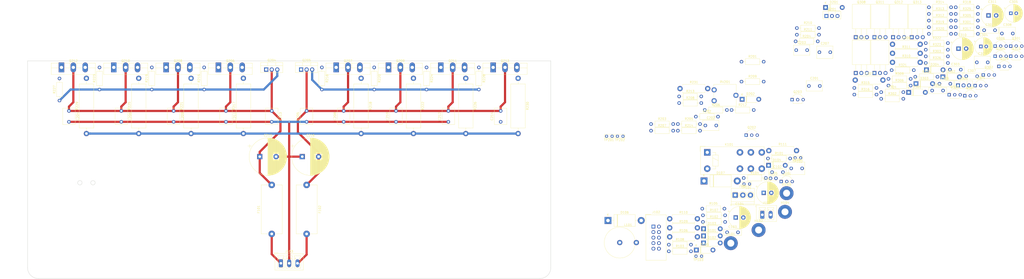
<source format=kicad_pcb>
(kicad_pcb (version 20171130) (host pcbnew 5.0.2-bee76a0~70~ubuntu18.04.1)
  (layers (0 F.Cu signal) (31 B.Cu signal) (34 B.Paste user) (35 F.Paste user) (36 B.SilkS user) (37 F.SilkS user) (38 B.Mask user) (39 F.Mask user) (44 Edge.Cuts user))
  (net 0 "")
  (net 1 GNDS)
  (net 2 GNDA)
  (net 3 "Net-(C101-Pad1)")
  (net 4 "Net-(C101-Pad2)")
  (net 5 "Net-(C102-Pad2)")
  (net 6 "/Input stage/in_ninv")
  (net 7 "Net-(C104-Pad1)")
  (net 8 "/Output stage/output")
  (net 9 "/Input stage/in_inv")
  (net 10 "Net-(C106-Pad1)")
  (net 11 "Net-(C201-Pad1)")
  (net 12 "/Output stage/in_vasn")
  (net 13 "Net-(C202-Pad1)")
  (net 14 "Net-(C202-Pad2)")
  (net 15 "Net-(C203-Pad2)")
  (net 16 "Net-(C203-Pad1)")
  (net 17 "/Output stage/pvcc")
  (net 18 "/Output stage/pvee")
  (net 19 "Net-(C207-Pad1)")
  (net 20 "Net-(C301-Pad2)")
  (net 21 "Net-(C301-Pad1)")
  (net 22 "Net-(C302-Pad1)")
  (net 23 "Net-(C302-Pad2)")
  (net 24 "Net-(C303-Pad1)")
  (net 25 "Net-(C304-Pad1)")
  (net 26 "Net-(C304-Pad2)")
  (net 27 "Net-(C305-Pad2)")
  (net 28 "Net-(C306-Pad1)")
  (net 29 "Net-(C306-Pad2)")
  (net 30 "Net-(D101-Pad1)")
  (net 31 "Net-(D103-Pad2)")
  (net 32 "Net-(D105-Pad1)")
  (net 33 GNDD)
  (net 34 "Net-(D106-Pad2)")
  (net 35 "Net-(D301-Pad1)")
  (net 36 "Net-(D302-Pad1)")
  (net 37 "Net-(D303-Pad2)")
  (net 38 "Net-(D304-Pad2)")
  (net 39 "Net-(J102-Pad3)")
  (net 40 "Net-(J102-Pad5)")
  (net 41 "/Input stage/overload")
  (net 42 "Net-(J104-Pad1)")
  (net 43 "Net-(K101-Pad12)")
  (net 44 "Net-(Q201-Pad3)")
  (net 45 "Net-(Q202-Pad2)")
  (net 46 "Net-(Q203-Pad2)")
  (net 47 "Net-(Q204-Pad1)")
  (net 48 "Net-(Q204-Pad3)")
  (net 49 "Net-(Q205-Pad3)")
  (net 50 "Net-(Q205-Pad1)")
  (net 51 "Net-(Q206-Pad3)")
  (net 52 "Net-(Q206-Pad1)")
  (net 53 "Net-(Q207-Pad1)")
  (net 54 "Net-(Q207-Pad3)")
  (net 55 "Net-(Q208-Pad3)")
  (net 56 "Net-(Q208-Pad1)")
  (net 57 "Net-(Q209-Pad1)")
  (net 58 "Net-(Q209-Pad3)")
  (net 59 "Net-(Q210-Pad1)")
  (net 60 "Net-(Q210-Pad3)")
  (net 61 "Net-(Q211-Pad3)")
  (net 62 "Net-(Q211-Pad1)")
  (net 63 "Net-(Q212-Pad3)")
  (net 64 "Net-(Q212-Pad1)")
  (net 65 "Net-(Q213-Pad1)")
  (net 66 "Net-(Q213-Pad3)")
  (net 67 "Net-(Q301-Pad3)")
  (net 68 "Net-(Q303-Pad1)")
  (net 69 "Net-(Q303-Pad2)")
  (net 70 "Net-(Q305-Pad3)")
  (net 71 "Net-(Q306-Pad2)")
  (net 72 "Net-(Q307-Pad3)")
  (net 73 "Net-(Q308-Pad1)")
  (net 74 "Net-(Q309-Pad2)")
  (net 75 "Net-(Q309-Pad1)")
  (net 76 "Net-(Q310-Pad1)")
  (net 77 "/Output stage/in_vasp")
  (net 78 "Net-(Q311-Pad1)")
  (net 79 "Net-(Q312-Pad1)")
  (net 80 "Net-(Q313-Pad1)")
  (net 81 "Net-(Q314-Pad1)")
  (net 82 "Net-(Q315-Pad1)")
  (net 83 "Net-(Q315-Pad2)")
  (net 84 "Net-(Q316-Pad1)")
  (net 85 "Net-(R202-Pad2)")
  (net 86 "Net-(J102-Pad10)")
  (net 87 "/Input stage/vcc")
  (net 88 "/Input stage/vee")
  (module Capacitor_THT:CP_Radial_D10.0mm_P3.50mm (layer F.Cu) (at 380.139647 123.125001)
    (fp_text reference C101 (at 1.75 -6.25) (layer F.SilkS))
    (fp_text value 100u)
    (pad 1 thru_hole rect (at 0 0) (size 2 2) (drill 1) (layers *.Cu *.Mask) (net 3 "Net-(C101-Pad1)"))
    (pad 2 thru_hole circle (at 3.5 0) (size 2 2) (drill 1) (layers *.Cu *.Mask) (net 4 "Net-(C101-Pad2)"))
  )
  (module Capacitor_THT:C_Disc_D8.0mm_W2.5mm_P5.00mm (layer F.Cu) (at 383.975001 113.645001)
    (fp_text reference C102 (at 2.5 -2.5) (layer F.SilkS))
    (fp_text value 470p)
    (pad 2 thru_hole circle (at 5 0) (size 1.6 1.6) (drill 0.8) (layers *.Cu *.Mask) (net 5 "Net-(C102-Pad2)"))
    (pad 1 thru_hole circle (at 0 0) (size 1.6 1.6) (drill 0.8) (layers *.Cu *.Mask) (net 1 GNDS))
  )
  (module Capacitor_THT:C_Disc_D8.0mm_W2.5mm_P5.00mm (layer F.Cu) (at 363.355001 141.275001)
    (fp_text reference C103 (at 2.5 -2.5) (layer F.SilkS))
    (fp_text value 470p)
    (pad 1 thru_hole circle (at 0 0) (size 1.6 1.6) (drill 0.8) (layers *.Cu *.Mask) (net 1 GNDS))
    (pad 2 thru_hole circle (at 5 0) (size 1.6 1.6) (drill 0.8) (layers *.Cu *.Mask) (net 6 "/Input stage/in_ninv"))
  )
  (module Capacitor_THT:CP_Radial_D10.0mm_P3.50mm (layer F.Cu) (at 367.309647 134.475001)
    (fp_text reference C104 (at 1.75 -6.25) (layer F.SilkS))
    (fp_text value 1m)
    (pad 2 thru_hole circle (at 3.5 0) (size 2 2) (drill 1) (layers *.Cu *.Mask) (net 1 GNDS))
    (pad 1 thru_hole rect (at 0 0) (size 2 2) (drill 1) (layers *.Cu *.Mask) (net 7 "Net-(C104-Pad1)"))
  )
  (module Capacitor_THT:C_Disc_D3.0mm_W2.0mm_P2.50mm (layer F.Cu) (at 383.275001 116.445001)
    (fp_text reference C105 (at 1.25 -2.25) (layer F.SilkS))
    (fp_text value 8.2p)
    (pad 1 thru_hole circle (at 0 0) (size 1.6 1.6) (drill 0.8) (layers *.Cu *.Mask) (net 8 "/Output stage/output"))
    (pad 2 thru_hole circle (at 2.5 0) (size 1.6 1.6) (drill 0.8) (layers *.Cu *.Mask) (net 9 "/Input stage/in_inv"))
  )
  (module Capacitor_THT:C_Rect_L7.2mm_W5.5mm_P5.00mm_FKS2_FKP2_MKS2_MKP2 (layer F.Cu) (at 392.775001 111.895001)
    (fp_text reference C106 (at 2.5 -4) (layer F.SilkS))
    (fp_text value 100n)
    (pad 2 thru_hole circle (at 5 0) (size 1.6 1.6) (drill 0.8) (layers *.Cu *.Mask) (net 2 GNDA))
    (pad 1 thru_hole circle (at 0 0) (size 1.6 1.6) (drill 0.8) (layers *.Cu *.Mask) (net 10 "Net-(C106-Pad1)"))
  )
  (module Capacitor_THT:C_Rect_L7.2mm_W4.5mm_P5.00mm_FKS2_FKP2_MKS2_MKP2 (layer F.Cu) (at 400.875001 74.025001)
    (fp_text reference C201 (at 2.5 -3.5) (layer F.SilkS))
    (fp_text value 220n)
    (pad 1 thru_hole circle (at 0 0) (size 1.6 1.6) (drill 0.8) (layers *.Cu *.Mask) (net 11 "Net-(C201-Pad1)"))
    (pad 2 thru_hole circle (at 5 0) (size 1.6 1.6) (drill 0.8) (layers *.Cu *.Mask) (net 12 "/Output stage/in_vasn"))
  )
  (module Capacitor_THT:C_Rect_L7.2mm_W4.5mm_P5.00mm_FKS2_FKP2_MKS2_MKP2 (layer F.Cu) (at 353.395001 92.175001)
    (fp_text reference C202 (at 2.5 -3.5) (layer F.SilkS))
    (fp_text value 220n)
    (pad 1 thru_hole circle (at 0 0) (size 1.6 1.6) (drill 0.8) (layers *.Cu *.Mask) (net 13 "Net-(C202-Pad1)"))
    (pad 2 thru_hole circle (at 5 0) (size 1.6 1.6) (drill 0.8) (layers *.Cu *.Mask) (net 14 "Net-(C202-Pad2)"))
  )
  (module Capacitor_THT:C_Rect_L7.2mm_W4.5mm_P5.00mm_FKS2_FKP2_MKS2_MKP2 (layer F.Cu) (at 395.075001 57.575001)
    (fp_text reference C203 (at 2.5 -3.5) (layer F.SilkS))
    (fp_text value 220n)
    (pad 2 thru_hole circle (at 5 0) (size 1.6 1.6) (drill 0.8) (layers *.Cu *.Mask) (net 15 "Net-(C203-Pad2)"))
    (pad 1 thru_hole circle (at 0 0) (size 1.6 1.6) (drill 0.8) (layers *.Cu *.Mask) (net 16 "Net-(C203-Pad1)"))
  )
  (module Capacitor_THT:C_Rect_L7.2mm_W5.5mm_P5.00mm_FKS2_FKP2_MKS2_MKP2 (layer F.Cu) (at 61.5 85.5 270)
    (fp_text reference C204 (at 2.5 -4 270) (layer F.SilkS))
    (fp_text value 100n)
    (pad 1 thru_hole circle (at 0 0 270) (size 1.6 1.6) (drill 0.8) (layers *.Cu *.Mask) (net 17 "/Output stage/pvcc"))
    (pad 2 thru_hole circle (at 5 0 270) (size 1.6 1.6) (drill 0.8) (layers *.Cu *.Mask) (net 2 GNDA))
  )
  (module Capacitor_THT:C_Rect_L7.2mm_W5.5mm_P5.00mm_FKS2_FKP2_MKS2_MKP2 (layer F.Cu) (at 170.5 90.5 90)
    (fp_text reference C205 (at 2.5 -4 90) (layer F.SilkS))
    (fp_text value 100n)
    (pad 2 thru_hole circle (at 5 0 90) (size 1.6 1.6) (drill 0.8) (layers *.Cu *.Mask) (net 18 "/Output stage/pvee"))
    (pad 1 thru_hole circle (at 0 0 90) (size 1.6 1.6) (drill 0.8) (layers *.Cu *.Mask) (net 2 GNDA))
  )
  (module Capacitor_THT:C_Rect_L7.2mm_W5.5mm_P5.00mm_FKS2_FKP2_MKS2_MKP2 (layer F.Cu) (at 85.5 85.5 270)
    (fp_text reference C206 (at 2.5 -4 270) (layer F.SilkS))
    (fp_text value 100n)
    (pad 2 thru_hole circle (at 5 0 270) (size 1.6 1.6) (drill 0.8) (layers *.Cu *.Mask) (net 2 GNDA))
    (pad 1 thru_hole circle (at 0 0 270) (size 1.6 1.6) (drill 0.8) (layers *.Cu *.Mask) (net 17 "/Output stage/pvcc"))
  )
  (module Capacitor_THT:C_Rect_L7.2mm_W5.5mm_P5.00mm_FKS2_FKP2_MKS2_MKP2 (layer F.Cu) (at 405.695001 58.525001)
    (fp_text reference C207 (at 2.5 -4) (layer F.SilkS))
    (fp_text value 100n)
    (pad 2 thru_hole circle (at 5 0) (size 1.6 1.6) (drill 0.8) (layers *.Cu *.Mask) (net 2 GNDA))
    (pad 1 thru_hole circle (at 0 0) (size 1.6 1.6) (drill 0.8) (layers *.Cu *.Mask) (net 19 "Net-(C207-Pad1)"))
  )
  (module Capacitor_THT:C_Rect_L7.2mm_W5.5mm_P5.00mm_FKS2_FKP2_MKS2_MKP2 (layer F.Cu) (at 187.5 90.5 90)
    (fp_text reference C208 (at 2.5 -4 90) (layer F.SilkS))
    (fp_text value 100n)
    (pad 1 thru_hole circle (at 0 0 90) (size 1.6 1.6) (drill 0.8) (layers *.Cu *.Mask) (net 2 GNDA))
    (pad 2 thru_hole circle (at 5 0 90) (size 1.6 1.6) (drill 0.8) (layers *.Cu *.Mask) (net 18 "/Output stage/pvee"))
  )
  (module Capacitor_THT:C_Rect_L7.2mm_W5.5mm_P5.00mm_FKS2_FKP2_MKS2_MKP2 (layer F.Cu) (at 109.5 85.5 270)
    (fp_text reference C209 (at 2.5 -4 270) (layer F.SilkS))
    (fp_text value 100n)
    (pad 1 thru_hole circle (at 0 0 270) (size 1.6 1.6) (drill 0.8) (layers *.Cu *.Mask) (net 17 "/Output stage/pvcc"))
    (pad 2 thru_hole circle (at 5 0 270) (size 1.6 1.6) (drill 0.8) (layers *.Cu *.Mask) (net 2 GNDA))
  )
  (module Capacitor_THT:C_Rect_L7.2mm_W5.5mm_P5.00mm_FKS2_FKP2_MKS2_MKP2 (layer F.Cu) (at 211.5 90.5 90)
    (fp_text reference C210 (at 2.5 -4 90) (layer F.SilkS))
    (fp_text value 100n)
    (pad 1 thru_hole circle (at 0 0 90) (size 1.6 1.6) (drill 0.8) (layers *.Cu *.Mask) (net 2 GNDA))
    (pad 2 thru_hole circle (at 5 0 90) (size 1.6 1.6) (drill 0.8) (layers *.Cu *.Mask) (net 18 "/Output stage/pvee"))
  )
  (module Capacitor_THT:C_Rect_L7.2mm_W5.5mm_P5.00mm_FKS2_FKP2_MKS2_MKP2 (layer F.Cu) (at 133.5 85.5 270)
    (fp_text reference C211 (at 2.5 -4 270) (layer F.SilkS))
    (fp_text value 100n)
    (pad 2 thru_hole circle (at 5 0 270) (size 1.6 1.6) (drill 0.8) (layers *.Cu *.Mask) (net 2 GNDA))
    (pad 1 thru_hole circle (at 0 0 270) (size 1.6 1.6) (drill 0.8) (layers *.Cu *.Mask) (net 17 "/Output stage/pvcc"))
  )
  (module Capacitor_THT:C_Rect_L7.2mm_W5.5mm_P5.00mm_FKS2_FKP2_MKS2_MKP2 (layer F.Cu) (at 235.5 90.5 90)
    (fp_text reference C212 (at 2.5 -4 90) (layer F.SilkS))
    (fp_text value 100n)
    (pad 2 thru_hole circle (at 5 0 90) (size 1.6 1.6) (drill 0.8) (layers *.Cu *.Mask) (net 18 "/Output stage/pvee"))
    (pad 1 thru_hole circle (at 0 0 90) (size 1.6 1.6) (drill 0.8) (layers *.Cu *.Mask) (net 2 GNDA))
  )
  (module Capacitor_THT:C_Rect_L7.2mm_W5.5mm_P5.00mm_FKS2_FKP2_MKS2_MKP2 (layer F.Cu) (at 154.5 85.5 270)
    (fp_text reference C213 (at 2.5 -4 270) (layer F.SilkS))
    (fp_text value 100n)
    (pad 1 thru_hole circle (at 0 0 270) (size 1.6 1.6) (drill 0.8) (layers *.Cu *.Mask) (net 17 "/Output stage/pvcc"))
    (pad 2 thru_hole circle (at 5 0 270) (size 1.6 1.6) (drill 0.8) (layers *.Cu *.Mask) (net 2 GNDA))
  )
  (module Capacitor_THT:C_Rect_L7.2mm_W5.5mm_P5.00mm_FKS2_FKP2_MKS2_MKP2 (layer F.Cu) (at 259.5 90.5 90)
    (fp_text reference C214 (at 2.5 -4 90) (layer F.SilkS))
    (fp_text value 100n)
    (pad 1 thru_hole circle (at 0 0 90) (size 1.6 1.6) (drill 0.8) (layers *.Cu *.Mask) (net 2 GNDA))
    (pad 2 thru_hole circle (at 5 0 90) (size 1.6 1.6) (drill 0.8) (layers *.Cu *.Mask) (net 18 "/Output stage/pvee"))
  )
  (module Capacitor_THT:C_Disc_D8.0mm_W2.5mm_P5.00mm (layer F.Cu) (at 457.415001 76.125001)
    (fp_text reference C301 (at 2.5 -2.5) (layer F.SilkS))
    (fp_text value 220p)
    (pad 2 thru_hole circle (at 5 0) (size 1.6 1.6) (drill 0.8) (layers *.Cu *.Mask) (net 20 "Net-(C301-Pad2)"))
    (pad 1 thru_hole circle (at 0 0) (size 1.6 1.6) (drill 0.8) (layers *.Cu *.Mask) (net 21 "Net-(C301-Pad1)"))
  )
  (module Capacitor_THT:C_Disc_D8.0mm_W2.5mm_P5.00mm (layer F.Cu) (at 481.245001 48.425001)
    (fp_text reference C302 (at 2.5 -2.5) (layer F.SilkS))
    (fp_text value 180p)
    (pad 1 thru_hole circle (at 0 0) (size 1.6 1.6) (drill 0.8) (layers *.Cu *.Mask) (net 22 "Net-(C302-Pad1)"))
    (pad 2 thru_hole circle (at 5 0) (size 1.6 1.6) (drill 0.8) (layers *.Cu *.Mask) (net 23 "Net-(C302-Pad2)"))
  )
  (module Capacitor_THT:C_Disc_D8.0mm_W2.5mm_P5.00mm (layer F.Cu) (at 465.545001 66.525001)
    (fp_text reference C303 (at 2.5 -2.5) (layer F.SilkS))
    (fp_text value 220p)
    (pad 1 thru_hole circle (at 0 0) (size 1.6 1.6) (drill 0.8) (layers *.Cu *.Mask) (net 24 "Net-(C303-Pad1)"))
    (pad 2 thru_hole circle (at 5 0) (size 1.6 1.6) (drill 0.8) (layers *.Cu *.Mask) (net 2 GNDA))
  )
  (module Capacitor_THT:CP_Radial_D8.0mm_P2.50mm (layer F.Cu) (at 479.739699 55.875001)
    (fp_text reference C304 (at 1.25 -5.25) (layer F.SilkS))
    (fp_text value 100u)
    (pad 1 thru_hole rect (at 0 0) (size 1.6 1.6) (drill 0.8) (layers *.Cu *.Mask) (net 25 "Net-(C304-Pad1)"))
    (pad 2 thru_hole circle (at 2.5 0) (size 1.6 1.6) (drill 0.8) (layers *.Cu *.Mask) (net 26 "Net-(C304-Pad2)"))
  )
  (module Capacitor_THT:CP_Radial_D8.0mm_P2.50mm (layer F.Cu) (at 493.499699 40.625001)
    (fp_text reference C305 (at 1.25 -5.25) (layer F.SilkS))
    (fp_text value 100u)
    (pad 2 thru_hole circle (at 2.5 0) (size 1.6 1.6) (drill 0.8) (layers *.Cu *.Mask) (net 27 "Net-(C305-Pad2)"))
    (pad 1 thru_hole rect (at 0 0) (size 1.6 1.6) (drill 0.8) (layers *.Cu *.Mask) (net 25 "Net-(C304-Pad1)"))
  )
  (module Capacitor_THT:C_Disc_D8.0mm_W2.5mm_P5.00mm (layer F.Cu) (at 460.755001 73.025001)
    (fp_text reference C306 (at 2.5 -2.5) (layer F.SilkS))
    (fp_text value 180p)
    (pad 1 thru_hole circle (at 0 0) (size 1.6 1.6) (drill 0.8) (layers *.Cu *.Mask) (net 28 "Net-(C306-Pad1)"))
    (pad 2 thru_hole circle (at 5 0) (size 1.6 1.6) (drill 0.8) (layers *.Cu *.Mask) (net 29 "Net-(C306-Pad2)"))
  )
  (module Capacitor_THT:C_Disc_D8.0mm_W2.5mm_P5.00mm (layer F.Cu) (at 473.065001 69.575001)
    (fp_text reference C307 (at 2.5 -2.5) (layer F.SilkS))
    (fp_text value 1n8)
    (pad 2 thru_hole circle (at 5 0) (size 1.6 1.6) (drill 0.8) (layers *.Cu *.Mask) (net 28 "Net-(C306-Pad1)"))
    (pad 1 thru_hole circle (at 0 0) (size 1.6 1.6) (drill 0.8) (layers *.Cu *.Mask) (net 12 "/Output stage/in_vasn"))
  )
  (module Capacitor_THT:C_Rect_L7.2mm_W5.5mm_P5.00mm_FKS2_FKP2_MKS2_MKP2 (layer F.Cu) (at 489.395001 49.925001)
    (fp_text reference C308 (at 2.5 -4) (layer F.SilkS))
    (fp_text value 100n)
    (pad 2 thru_hole circle (at 5 0) (size 1.6 1.6) (drill 0.8) (layers *.Cu *.Mask) (net 2 GNDA))
    (pad 1 thru_hole circle (at 0 0) (size 1.6 1.6) (drill 0.8) (layers *.Cu *.Mask) (net 25 "Net-(C304-Pad1)"))
  )
  (module Capacitor_THT:C_Rect_L7.2mm_W5.5mm_P5.00mm_FKS2_FKP2_MKS2_MKP2 (layer F.Cu) (at 477.895001 63.175001)
    (fp_text reference C309 (at 2.5 -4) (layer F.SilkS))
    (fp_text value 100n)
    (pad 1 thru_hole circle (at 0 0) (size 1.6 1.6) (drill 0.8) (layers *.Cu *.Mask) (net 2 GNDA))
    (pad 2 thru_hole circle (at 5 0) (size 1.6 1.6) (drill 0.8) (layers *.Cu *.Mask) (net 21 "Net-(C301-Pad1)"))
  )
  (module Capacitor_THT:CP_Radial_D10.0mm_P3.50mm (layer F.Cu) (at 469.499647 56.875001)
    (fp_text reference C310 (at 1.75 -6.25) (layer F.SilkS))
    (fp_text value 470u)
    (pad 2 thru_hole circle (at 3.5 0) (size 2 2) (drill 1) (layers *.Cu *.Mask) (net 2 GNDA))
    (pad 1 thru_hole rect (at 0 0) (size 2 2) (drill 1) (layers *.Cu *.Mask) (net 25 "Net-(C304-Pad1)"))
  )
  (module Capacitor_THT:CP_Radial_D10.0mm_P3.50mm (layer F.Cu) (at 483.259647 41.625001)
    (fp_text reference C311 (at 1.75 -6.25) (layer F.SilkS))
    (fp_text value 470u)
    (pad 2 thru_hole circle (at 3.5 0) (size 2 2) (drill 1) (layers *.Cu *.Mask) (net 21 "Net-(C301-Pad1)"))
    (pad 1 thru_hole rect (at 0 0) (size 2 2) (drill 1) (layers *.Cu *.Mask) (net 2 GNDA))
  )
  (module Diode_THT:D_DO-41_SOD81_P7.62mm_Horizontal (layer F.Cu) (at 352.585001 142.905001)
    (fp_text reference D101 (at 3.81 -2.47) (layer F.SilkS))
    (fp_text value BAV21)
    (fp_text user K (at 0 -2.1) (layer F.SilkS))
    (pad 2 thru_hole oval (at 7.62 0) (size 2.2 2.2) (drill 1.1) (layers *.Cu *.Mask) (net 7 "Net-(C104-Pad1)"))
    (pad 1 thru_hole rect (at 0 0) (size 2.2 2.2) (drill 1.1) (layers *.Cu *.Mask) (net 30 "Net-(D101-Pad1)"))
  )
  (module Diode_THT:D_DO-41_SOD81_P7.62mm_Horizontal (layer F.Cu) (at 352.585001 146.155001)
    (fp_text reference D102 (at 3.81 -2.47) (layer F.SilkS))
    (fp_text value BAV21)
    (fp_text user K (at 0 -2.1) (layer F.SilkS))
    (pad 1 thru_hole rect (at 0 0) (size 2.2 2.2) (drill 1.1) (layers *.Cu *.Mask) (net 1 GNDS))
    (pad 2 thru_hole oval (at 7.62 0) (size 2.2 2.2) (drill 1.1) (layers *.Cu *.Mask) (net 30 "Net-(D101-Pad1)"))
  )
  (module Diode_THT:D_DO-41_SOD81_P7.62mm_Horizontal (layer F.Cu) (at 352.585001 139.655001)
    (fp_text reference D103 (at 3.81 -2.47) (layer F.SilkS))
    (fp_text value BAV21)
    (fp_text user K (at 0 -2.1) (layer F.SilkS))
    (pad 1 thru_hole rect (at 0 0) (size 2.2 2.2) (drill 1.1) (layers *.Cu *.Mask) (net 7 "Net-(C104-Pad1)"))
    (pad 2 thru_hole oval (at 7.62 0) (size 2.2 2.2) (drill 1.1) (layers *.Cu *.Mask) (net 31 "Net-(D103-Pad2)"))
  )
  (module Diode_THT:D_DO-41_SOD81_P7.62mm_Horizontal (layer F.Cu) (at 382.405001 110.495001)
    (fp_text reference D104 (at 3.81 -2.47) (layer F.SilkS))
    (fp_text value BAV21)
    (fp_text user K (at 0 -2.1) (layer F.SilkS))
    (pad 2 thru_hole oval (at 7.62 0) (size 2.2 2.2) (drill 1.1) (layers *.Cu *.Mask) (net 1 GNDS))
    (pad 1 thru_hole rect (at 0 0) (size 2.2 2.2) (drill 1.1) (layers *.Cu *.Mask) (net 31 "Net-(D103-Pad2)"))
  )
  (module Diode_THT:D_DO-41_SOD81_P7.62mm_Horizontal (layer F.Cu) (at 349.245001 149.405001)
    (fp_text reference D105 (at 3.81 -2.47) (layer F.SilkS))
    (fp_text value BAV21)
    (fp_text user K (at 0 -2.1) (layer F.SilkS))
    (pad 1 thru_hole rect (at 0 0) (size 2.2 2.2) (drill 1.1) (layers *.Cu *.Mask) (net 32 "Net-(D105-Pad1)"))
    (pad 2 thru_hole oval (at 7.62 0) (size 2.2 2.2) (drill 1.1) (layers *.Cu *.Mask) (net 33 GNDD))
  )
  (module Diode_THT:D_DO-201AD_P15.24mm_Horizontal (layer F.Cu) (at 308.725001 135.845001)
    (fp_text reference D106 (at 7.62 -3.72) (layer F.SilkS))
    (fp_text value 1N5401)
    (fp_text user K (at 0 -2.6) (layer F.SilkS))
    (pad 2 thru_hole oval (at 15.24 0) (size 3.2 3.2) (drill 1.6) (layers *.Cu *.Mask) (net 34 "Net-(D106-Pad2)"))
    (pad 1 thru_hole rect (at 0 0) (size 3.2 3.2) (drill 1.6) (layers *.Cu *.Mask) (net 87 "/Input stage/vcc"))
  )
  (module Diode_THT:D_DO-201AD_P15.24mm_Horizontal (layer F.Cu) (at 352.775001 117.675001)
    (fp_text reference D107 (at 7.62 -3.72) (layer F.SilkS))
    (fp_text value 1N5401)
    (fp_text user K (at 0 -2.6) (layer F.SilkS))
    (pad 1 thru_hole rect (at 0 0) (size 3.2 3.2) (drill 1.6) (layers *.Cu *.Mask) (net 34 "Net-(D106-Pad2)"))
    (pad 2 thru_hole oval (at 15.24 0) (size 3.2 3.2) (drill 1.6) (layers *.Cu *.Mask) (net 88 "/Input stage/vee"))
  )
  (module Diode_THT:D_DO-41_SOD81_P7.62mm_Horizontal (layer F.Cu) (at 408.545001 37.975001)
    (fp_text reference D201 (at 3.81 -2.47) (layer F.SilkS))
    (fp_text value BAV21)
    (fp_text user K (at 0 -2.1) (layer F.SilkS))
    (pad 1 thru_hole rect (at 0 0) (size 2.2 2.2) (drill 1.1) (layers *.Cu *.Mask) (net 13 "Net-(C202-Pad1)"))
    (pad 2 thru_hole oval (at 7.62 0) (size 2.2 2.2) (drill 1.1) (layers *.Cu *.Mask) (net 11 "Net-(C201-Pad1)"))
  )
  (module Diode_THT:D_DO-41_SOD81_P7.62mm_Horizontal (layer F.Cu) (at 370.265001 80.135001)
    (fp_text reference D202 (at 3.81 -2.47) (layer F.SilkS))
    (fp_text value BAV21)
    (fp_text user K (at 0 -2.1) (layer F.SilkS))
    (pad 2 thru_hole oval (at 7.62 0) (size 2.2 2.2) (drill 1.1) (layers *.Cu *.Mask) (net 15 "Net-(C203-Pad2)"))
    (pad 1 thru_hole rect (at 0 0) (size 2.2 2.2) (drill 1.1) (layers *.Cu *.Mask) (net 12 "/Output stage/in_vasn"))
  )
  (module Diode_THT:D_DO-41_SOD81_P7.62mm_Horizontal (layer F.Cu) (at 446.645001 76.975001)
    (fp_text reference D301 (at 3.81 -2.47) (layer F.SilkS))
    (fp_text value BAV21)
    (fp_text user K (at 0 -2.1) (layer F.SilkS))
    (pad 2 thru_hole oval (at 7.62 0) (size 2.2 2.2) (drill 1.1) (layers *.Cu *.Mask) (net 25 "Net-(C304-Pad1)"))
    (pad 1 thru_hole rect (at 0 0) (size 2.2 2.2) (drill 1.1) (layers *.Cu *.Mask) (net 35 "Net-(D301-Pad1)"))
  )
  (module Diode_THT:D_DO-41_SOD81_P7.62mm_Horizontal (layer F.Cu) (at 462.295001 69.875001)
    (fp_text reference D302 (at 3.81 -2.47) (layer F.SilkS))
    (fp_text value BAV21)
    (fp_text user K (at 0 -2.1) (layer F.SilkS))
    (pad 1 thru_hole rect (at 0 0) (size 2.2 2.2) (drill 1.1) (layers *.Cu *.Mask) (net 36 "Net-(D302-Pad1)"))
    (pad 2 thru_hole oval (at 7.62 0) (size 2.2 2.2) (drill 1.1) (layers *.Cu *.Mask) (net 35 "Net-(D301-Pad1)"))
  )
  (module Diode_THT:D_DO-41_SOD81_P7.62mm_Horizontal (layer F.Cu) (at 449.985001 72.975001)
    (fp_text reference D303 (at 3.81 -2.47) (layer F.SilkS))
    (fp_text value BAV21)
    (fp_text user K (at 0 -2.1) (layer F.SilkS))
    (pad 2 thru_hole oval (at 7.62 0) (size 2.2 2.2) (drill 1.1) (layers *.Cu *.Mask) (net 37 "Net-(D303-Pad2)"))
    (pad 1 thru_hole rect (at 0 0) (size 2.2 2.2) (drill 1.1) (layers *.Cu *.Mask) (net 2 GNDA))
  )
  (module Diode_THT:D_DO-41_SOD81_P7.62mm_Horizontal (layer F.Cu) (at 454.775001 66.625001)
    (fp_text reference D304 (at 3.81 -2.47) (layer F.SilkS))
    (fp_text value BAV21)
    (fp_text user K (at 0 -2.1) (layer F.SilkS))
    (pad 1 thru_hole rect (at 0 0) (size 2.2 2.2) (drill 1.1) (layers *.Cu *.Mask) (net 12 "/Output stage/in_vasn"))
    (pad 2 thru_hole oval (at 7.62 0) (size 2.2 2.2) (drill 1.1) (layers *.Cu *.Mask) (net 38 "Net-(D304-Pad2)"))
  )
  (module MountingHole:MountingHole_3.2mm_M3_Pad (layer F.Cu) (at 365.055001 146.275001)
    (fp_text reference H101 (at 0 -4.2) (layer F.SilkS))
    (fp_text value MountingHole)
    (pad 1 thru_hole circle (at 0 0) (size 6.4 6.4) (drill 3.2) (layers *.Cu *.Mask))
  )
  (module MountingHole:MountingHole_3.2mm_M3_Pad (layer F.Cu) (at 377.805001 140.205001)
    (fp_text reference H102 (at 0 -4.2) (layer F.SilkS))
    (fp_text value MountingHole)
    (pad 1 thru_hole circle (at 0 0) (size 6.4 6.4) (drill 3.2) (layers *.Cu *.Mask))
  )
  (module MountingHole:MountingHole_3.2mm_M3_Pad (layer F.Cu) (at 390.635001 123.295001)
    (fp_text reference H103 (at 0 -4.2) (layer F.SilkS))
    (fp_text value MountingHole)
    (pad 1 thru_hole circle (at 0 0) (size 6.4 6.4) (drill 3.2) (layers *.Cu *.Mask))
  )
  (module MountingHole:MountingHole_3.2mm_M3_Pad (layer F.Cu) (at 389.915001 131.875001)
    (fp_text reference H104 (at 0 -4.2) (layer F.SilkS))
    (fp_text value MountingHole)
    (pad 1 thru_hole circle (at 0 0) (size 6.4 6.4) (drill 3.2) (layers *.Cu *.Mask))
  )
  (module TerminalBlock_Phoenix:TerminalBlock_Phoenix_PT-1,5-3-3.5-H_1x03_P3.50mm_Horizontal (layer F.Cu) (at 367.075001 124.175001)
    (fp_text reference J101 (at 3.5 -4.16) (layer F.SilkS))
    (fp_text value input)
    (pad 1 thru_hole rect (at 0 0) (size 2.4 2.4) (drill 1.2) (layers *.Cu *.Mask) (net 2 GNDA))
    (pad 2 thru_hole circle (at 3.5 0) (size 2.4 2.4) (drill 1.2) (layers *.Cu *.Mask) (net 1 GNDS))
    (pad 3 thru_hole circle (at 7 0) (size 2.4 2.4) (drill 1.2) (layers *.Cu *.Mask) (net 4 "Net-(C101-Pad2)"))
  )
  (module Connector_Phoenix_MC:PhoenixContact_MCV_1,5_3-G-3.81_1x03_P3.81mm_Vertical (layer F.Cu) (at 158.69 155.5)
    (fp_text reference J103 (at 3.81 -5.45) (layer F.SilkS))
    (fp_text value power)
    (pad 1 thru_hole roundrect (at 0 0) (size 1.8 3.6) (drill 1.2) (layers *.Cu *.Mask) (roundrect_rratio 0.138889) (net 87 "/Input stage/vcc"))
    (pad 2 thru_hole oval (at 3.81 0) (size 1.8 3.6) (drill 1.2) (layers *.Cu *.Mask) (net 2 GNDA))
    (pad 3 thru_hole oval (at 7.62 0) (size 1.8 3.6) (drill 1.2) (layers *.Cu *.Mask) (net 88 "/Input stage/vee"))
  )
  (module Connector_Phoenix_MC:PhoenixContact_MCV_1,5_2-G-3.81_1x02_P3.81mm_Vertical (layer F.Cu) (at 379.510001 133.210001)
    (fp_text reference J104 (at 1.9 -5.45) (layer F.SilkS))
    (fp_text value output)
    (pad 1 thru_hole roundrect (at 0 0) (size 1.8 3.6) (drill 1.2) (layers *.Cu *.Mask) (roundrect_rratio 0.138889) (net 42 "Net-(J104-Pad1)"))
    (pad 2 thru_hole oval (at 3.81 0) (size 1.8 3.6) (drill 1.2) (layers *.Cu *.Mask) (net 2 GNDA))
  )
  (module Relay_THT:Relay_DPDT_Finder_40.52 (layer F.Cu) (at 354.260001 104.530001)
    (fp_text reference K101 (at 10 -3.6) (layer F.SilkS))
    (fp_text value FINDER-40.52)
    (pad A1 thru_hole rect (at 0 0) (size 3 3) (drill 1.5) (layers *.Cu *.Mask) (net 33 GNDD))
    (pad A2 thru_hole circle (at 0 7.5) (size 3 3) (drill 1.5) (layers *.Cu *.Mask) (net 32 "Net-(D105-Pad1)"))
    (pad 11 thru_hole circle (at 20 0) (size 3 3) (drill 1.5) (layers *.Cu *.Mask) (net 34 "Net-(D106-Pad2)"))
    (pad 24 thru_hole circle (at 25 7.5) (size 3 3) (drill 1.5) (layers *.Cu *.Mask) (net 8 "/Output stage/output"))
    (pad 22 thru_hole circle (at 15 7.5) (size 3 3) (drill 1.5) (layers *.Cu *.Mask) (net 43 "Net-(K101-Pad12)"))
    (pad 12 thru_hole circle (at 15 0) (size 3 3) (drill 1.5) (layers *.Cu *.Mask) (net 43 "Net-(K101-Pad12)"))
    (pad 21 thru_hole circle (at 20 7.5) (size 3 3) (drill 1.5) (layers *.Cu *.Mask) (net 34 "Net-(D106-Pad2)"))
    (pad 14 thru_hole circle (at 25 0) (size 3 3) (drill 1.5) (layers *.Cu *.Mask) (net 8 "/Output stage/output"))
  )
  (module Inductor_THT:L_Axial_L29.9mm_D14.0mm_P7.62mm_Vertical_Vishay_IHA-105 (layer F.Cu) (at 314.115001 145.985001)
    (fp_text reference L101 (at 3.81 -8.105) (layer F.SilkS))
    (fp_text value 4u)
    (pad 1 thru_hole circle (at 0 0) (size 2.4 2.4) (drill 1.2) (layers *.Cu *.Mask) (net 34 "Net-(D106-Pad2)"))
    (pad 2 thru_hole oval (at 7.62 0) (size 2.4 2.4) (drill 1.2) (layers *.Cu *.Mask) (net 42 "Net-(J104-Pad1)"))
  )
  (module Package_TO_SOT_THT:TO-126-3_Vertical (layer F.Cu) (at 408.905001 41.875001)
    (fp_text reference Q201 (at 2.54 -3.12) (layer F.SilkS))
    (fp_text value MJE340)
    (pad 3 thru_hole oval (at 5.08 0) (size 1.8 1.8) (drill 1) (layers *.Cu *.Mask) (net 44 "Net-(Q201-Pad3)"))
    (pad 2 thru_hole oval (at 2.54 0) (size 1.8 1.8) (drill 1) (layers *.Cu *.Mask) (net 11 "Net-(C201-Pad1)"))
    (pad 1 thru_hole rect (at 0 0) (size 1.8 1.8) (drill 1) (layers *.Cu *.Mask) (net 12 "/Output stage/in_vasn"))
  )
  (module Package_TO_SOT_THT:TO-92L_Inline_Wide (layer F.Cu) (at 372.095001 96.635001)
    (fp_text reference Q202 (at 2.54 -3.56) (layer F.SilkS))
    (fp_text value BC546B)
    (pad 2 thru_hole circle (at 2.54 0 90) (size 1.5 1.5) (drill 0.8) (layers *.Cu *.Mask) (net 45 "Net-(Q202-Pad2)"))
    (pad 3 thru_hole circle (at 5.08 0 90) (size 1.5 1.5) (drill 0.8) (layers *.Cu *.Mask) (net 8 "/Output stage/output"))
    (pad 1 thru_hole rect (at 0 0 90) (size 1.5 1.5) (drill 0.8) (layers *.Cu *.Mask) (net 13 "Net-(C202-Pad1)"))
  )
  (module Package_TO_SOT_THT:TO-92L_Inline_Wide (layer F.Cu) (at 393.165001 80.325001)
    (fp_text reference Q203 (at 2.54 -3.56) (layer F.SilkS))
    (fp_text value BC556B)
    (pad 1 thru_hole rect (at 0 0 90) (size 1.5 1.5) (drill 0.8) (layers *.Cu *.Mask) (net 15 "Net-(C203-Pad2)"))
    (pad 3 thru_hole circle (at 5.08 0 90) (size 1.5 1.5) (drill 0.8) (layers *.Cu *.Mask) (net 8 "/Output stage/output"))
    (pad 2 thru_hole circle (at 2.54 0 90) (size 1.5 1.5) (drill 0.8) (layers *.Cu *.Mask) (net 46 "Net-(Q203-Pad2)"))
  )
  (module Package_TO_SOT_THT:TO-220-3_Vertical (layer F.Cu) (at 151.96 66.5)
    (fp_text reference Q204 (at 2.54 -4.27) (layer F.SilkS))
    (fp_text value 2SC4793)
    (pad 1 thru_hole rect (at 0 0) (size 1.905 2) (drill 1.1) (layers *.Cu *.Mask) (net 47 "Net-(Q204-Pad1)"))
    (pad 2 thru_hole oval (at 2.54 0) (size 1.905 2) (drill 1.1) (layers *.Cu *.Mask) (net 17 "/Output stage/pvcc"))
    (pad 3 thru_hole oval (at 5.08 0) (size 1.905 2) (drill 1.1) (layers *.Cu *.Mask) (net 48 "Net-(Q204-Pad3)"))
  )
  (module Package_TO_SOT_THT:TO-220-3_Vertical (layer F.Cu) (at 167.96 66.5)
    (fp_text reference Q205 (at 2.54 -4.27) (layer F.SilkS))
    (fp_text value Q_PNP_BCE)
    (pad 3 thru_hole oval (at 5.08 0) (size 1.905 2) (drill 1.1) (layers *.Cu *.Mask) (net 49 "Net-(Q205-Pad3)"))
    (pad 2 thru_hole oval (at 2.54 0) (size 1.905 2) (drill 1.1) (layers *.Cu *.Mask) (net 18 "/Output stage/pvee"))
    (pad 1 thru_hole rect (at 0 0) (size 1.905 2) (drill 1.1) (layers *.Cu *.Mask) (net 50 "Net-(Q205-Pad1)"))
  )
  (module Package_TO_SOT_THT:TO-264-3_Vertical (layer F.Cu) (at 130.05 65.5)
    (fp_text reference Q206 (at 5.45 -3.02) (layer F.SilkS))
    (fp_text value MJL3281)
    (pad 3 thru_hole oval (at 10.9 0) (size 2.5 4.5) (drill 1.5) (layers *.Cu *.Mask) (net 51 "Net-(Q206-Pad3)"))
    (pad 2 thru_hole oval (at 5.45 0) (size 2.5 4.5) (drill 1.5) (layers *.Cu *.Mask) (net 17 "/Output stage/pvcc"))
    (pad 1 thru_hole rect (at 0 0) (size 2.5 4.5) (drill 1.5) (layers *.Cu *.Mask) (net 52 "Net-(Q206-Pad1)"))
  )
  (module Package_TO_SOT_THT:TO-264-3_Vertical (layer F.Cu) (at 184.05 65.5)
    (fp_text reference Q207 (at 5.45 -3.02) (layer F.SilkS))
    (fp_text value MJL1302)
    (pad 1 thru_hole rect (at 0 0) (size 2.5 4.5) (drill 1.5) (layers *.Cu *.Mask) (net 53 "Net-(Q207-Pad1)"))
    (pad 2 thru_hole oval (at 5.45 0) (size 2.5 4.5) (drill 1.5) (layers *.Cu *.Mask) (net 18 "/Output stage/pvee"))
    (pad 3 thru_hole oval (at 10.9 0) (size 2.5 4.5) (drill 1.5) (layers *.Cu *.Mask) (net 54 "Net-(Q207-Pad3)"))
  )
  (module Package_TO_SOT_THT:TO-264-3_Vertical (layer F.Cu) (at 106.05 65.5)
    (fp_text reference Q208 (at 5.45 -3.02) (layer F.SilkS))
    (fp_text value MJL3281)
    (pad 3 thru_hole oval (at 10.9 0) (size 2.5 4.5) (drill 1.5) (layers *.Cu *.Mask) (net 55 "Net-(Q208-Pad3)"))
    (pad 2 thru_hole oval (at 5.45 0) (size 2.5 4.5) (drill 1.5) (layers *.Cu *.Mask) (net 17 "/Output stage/pvcc"))
    (pad 1 thru_hole rect (at 0 0) (size 2.5 4.5) (drill 1.5) (layers *.Cu *.Mask) (net 56 "Net-(Q208-Pad1)"))
  )
  (module Package_TO_SOT_THT:TO-264-3_Vertical (layer F.Cu) (at 208.05 65.5)
    (fp_text reference Q209 (at 5.45 -3.02) (layer F.SilkS))
    (fp_text value MJL1302)
    (pad 1 thru_hole rect (at 0 0) (size 2.5 4.5) (drill 1.5) (layers *.Cu *.Mask) (net 57 "Net-(Q209-Pad1)"))
    (pad 2 thru_hole oval (at 5.45 0) (size 2.5 4.5) (drill 1.5) (layers *.Cu *.Mask) (net 18 "/Output stage/pvee"))
    (pad 3 thru_hole oval (at 10.9 0) (size 2.5 4.5) (drill 1.5) (layers *.Cu *.Mask) (net 58 "Net-(Q209-Pad3)"))
  )
  (module Package_TO_SOT_THT:TO-264-3_Vertical (layer F.Cu) (at 82.05 65.5)
    (fp_text reference Q210 (at 5.45 -3.02) (layer F.SilkS))
    (fp_text value MJL3281)
    (pad 1 thru_hole rect (at 0 0) (size 2.5 4.5) (drill 1.5) (layers *.Cu *.Mask) (net 59 "Net-(Q210-Pad1)"))
    (pad 2 thru_hole oval (at 5.45 0) (size 2.5 4.5) (drill 1.5) (layers *.Cu *.Mask) (net 17 "/Output stage/pvcc"))
    (pad 3 thru_hole oval (at 10.9 0) (size 2.5 4.5) (drill 1.5) (layers *.Cu *.Mask) (net 60 "Net-(Q210-Pad3)"))
  )
  (module Package_TO_SOT_THT:TO-264-3_Vertical (layer F.Cu) (at 232.05 65.5)
    (fp_text reference Q211 (at 5.45 -3.02) (layer F.SilkS))
    (fp_text value MJL1302)
    (pad 3 thru_hole oval (at 10.9 0) (size 2.5 4.5) (drill 1.5) (layers *.Cu *.Mask) (net 61 "Net-(Q211-Pad3)"))
    (pad 2 thru_hole oval (at 5.45 0) (size 2.5 4.5) (drill 1.5) (layers *.Cu *.Mask) (net 18 "/Output stage/pvee"))
    (pad 1 thru_hole rect (at 0 0) (size 2.5 4.5) (drill 1.5) (layers *.Cu *.Mask) (net 62 "Net-(Q211-Pad1)"))
  )
  (module Package_TO_SOT_THT:TO-264-3_Vertical (layer F.Cu) (at 58.05 65.5)
    (fp_text reference Q212 (at 5.45 -3.02) (layer F.SilkS))
    (fp_text value MJL3281)
    (pad 3 thru_hole oval (at 10.9 0) (size 2.5 4.5) (drill 1.5) (layers *.Cu *.Mask) (net 63 "Net-(Q212-Pad3)"))
    (pad 2 thru_hole oval (at 5.45 0) (size 2.5 4.5) (drill 1.5) (layers *.Cu *.Mask) (net 17 "/Output stage/pvcc"))
    (pad 1 thru_hole rect (at 0 0) (size 2.5 4.5) (drill 1.5) (layers *.Cu *.Mask) (net 64 "Net-(Q212-Pad1)"))
  )
  (module Package_TO_SOT_THT:TO-264-3_Vertical (layer F.Cu) (at 256.05 65.5)
    (fp_text reference Q213 (at 5.45 -3.02) (layer F.SilkS))
    (fp_text value MJL1302)
    (pad 1 thru_hole rect (at 0 0) (size 2.5 4.5) (drill 1.5) (layers *.Cu *.Mask) (net 65 "Net-(Q213-Pad1)"))
    (pad 2 thru_hole oval (at 5.45 0) (size 2.5 4.5) (drill 1.5) (layers *.Cu *.Mask) (net 18 "/Output stage/pvee"))
    (pad 3 thru_hole oval (at 10.9 0) (size 2.5 4.5) (drill 1.5) (layers *.Cu *.Mask) (net 66 "Net-(Q213-Pad3)"))
  )
  (module Package_TO_SOT_THT:TO-92L_Inline_Wide (layer F.Cu) (at 493.435001 55.725001)
    (fp_text reference Q301 (at 2.54 -3.56) (layer F.SilkS))
    (fp_text value BC560C)
    (pad 1 thru_hole rect (at 0 0 90) (size 1.5 1.5) (drill 0.8) (layers *.Cu *.Mask) (net 38 "Net-(D304-Pad2)"))
    (pad 3 thru_hole circle (at 5.08 0 90) (size 1.5 1.5) (drill 0.8) (layers *.Cu *.Mask) (net 67 "Net-(Q301-Pad3)"))
    (pad 2 thru_hole circle (at 2.54 0 90) (size 1.5 1.5) (drill 0.8) (layers *.Cu *.Mask) (net 6 "/Input stage/in_ninv"))
  )
  (module Package_TO_SOT_THT:TO-92L_Inline_Wide (layer F.Cu) (at 480.865001 68.975001)
    (fp_text reference Q302 (at 2.54 -3.56) (layer F.SilkS))
    (fp_text value BC550C)
    (pad 1 thru_hole rect (at 0 0 90) (size 1.5 1.5) (drill 0.8) (layers *.Cu *.Mask) (net 38 "Net-(D304-Pad2)"))
    (pad 3 thru_hole circle (at 5.08 0 90) (size 1.5 1.5) (drill 0.8) (layers *.Cu *.Mask) (net 20 "Net-(C301-Pad2)"))
    (pad 2 thru_hole circle (at 2.54 0 90) (size 1.5 1.5) (drill 0.8) (layers *.Cu *.Mask) (net 22 "Net-(C302-Pad1)"))
  )
  (module Package_TO_SOT_THT:TO-126-3_Vertical (layer F.Cu) (at 469.265001 73.775001)
    (fp_text reference Q303 (at 2.54 -3.12) (layer F.SilkS))
    (fp_text value 2SA1381F)
    (pad 1 thru_hole rect (at 0 0) (size 1.8 1.8) (drill 1) (layers *.Cu *.Mask) (net 68 "Net-(Q303-Pad1)"))
    (pad 2 thru_hole oval (at 2.54 0) (size 1.8 1.8) (drill 1) (layers *.Cu *.Mask) (net 69 "Net-(Q303-Pad2)"))
    (pad 3 thru_hole oval (at 5.08 0) (size 1.8 1.8) (drill 1) (layers *.Cu *.Mask) (net 36 "Net-(D302-Pad1)"))
  )
  (module Package_TO_SOT_THT:TO-92L_Inline_Wide (layer F.Cu) (at 486.285001 60.375001)
    (fp_text reference Q304 (at 2.54 -3.56) (layer F.SilkS))
    (fp_text value BC550C)
    (pad 1 thru_hole rect (at 0 0 90) (size 1.5 1.5) (drill 0.8) (layers *.Cu *.Mask) (net 22 "Net-(C302-Pad1)"))
    (pad 3 thru_hole circle (at 5.08 0 90) (size 1.5 1.5) (drill 0.8) (layers *.Cu *.Mask) (net 24 "Net-(C303-Pad1)"))
    (pad 2 thru_hole circle (at 2.54 0 90) (size 1.5 1.5) (drill 0.8) (layers *.Cu *.Mask) (net 22 "Net-(C302-Pad1)"))
  )
  (module Package_TO_SOT_THT:TO-92L_Inline_Wide (layer F.Cu) (at 477.105001 73.875001)
    (fp_text reference Q305 (at 2.54 -3.56) (layer F.SilkS))
    (fp_text value BC560C)
    (pad 2 thru_hole circle (at 2.54 0 90) (size 1.5 1.5) (drill 0.8) (layers *.Cu *.Mask) (net 9 "/Input stage/in_inv"))
    (pad 3 thru_hole circle (at 5.08 0 90) (size 1.5 1.5) (drill 0.8) (layers *.Cu *.Mask) (net 70 "Net-(Q305-Pad3)"))
    (pad 1 thru_hole rect (at 0 0 90) (size 1.5 1.5) (drill 0.8) (layers *.Cu *.Mask) (net 22 "Net-(C302-Pad1)"))
  )
  (module Package_TO_SOT_THT:TO-92L_Inline_Wide (layer F.Cu) (at 486.285001 55.725001)
    (fp_text reference Q306 (at 2.54 -3.56) (layer F.SilkS))
    (fp_text value BC546B)
    (pad 1 thru_hole rect (at 0 0 90) (size 1.5 1.5) (drill 0.8) (layers *.Cu *.Mask) (net 38 "Net-(D304-Pad2)"))
    (pad 3 thru_hole circle (at 5.08 0 90) (size 1.5 1.5) (drill 0.8) (layers *.Cu *.Mask) (net 21 "Net-(C301-Pad1)"))
    (pad 2 thru_hole circle (at 2.54 0 90) (size 1.5 1.5) (drill 0.8) (layers *.Cu *.Mask) (net 71 "Net-(Q306-Pad2)"))
  )
  (module Package_TO_SOT_THT:TO-92L_Inline_Wide (layer F.Cu) (at 472.365001 78.525001)
    (fp_text reference Q307 (at 2.54 -3.56) (layer F.SilkS))
    (fp_text value BC546B)
    (pad 2 thru_hole circle (at 2.54 0 90) (size 1.5 1.5) (drill 0.8) (layers *.Cu *.Mask) (net 38 "Net-(D304-Pad2)"))
    (pad 3 thru_hole circle (at 5.08 0 90) (size 1.5 1.5) (drill 0.8) (layers *.Cu *.Mask) (net 72 "Net-(Q307-Pad3)"))
    (pad 1 thru_hole rect (at 0 0 90) (size 1.5 1.5) (drill 0.8) (layers *.Cu *.Mask) (net 2 GNDA))
  )
  (module Package_TO_SOT_THT:TO-126-3_Horizontal_TabDown (layer F.Cu) (at 422.385001 51.625001)
    (fp_text reference Q308 (at 2.54 -16.12) (layer F.SilkS))
    (fp_text value 2SC3503F)
    (pad 3 thru_hole oval (at 5.08 0) (size 1.8 1.8) (drill 1) (layers *.Cu *.Mask) (net 72 "Net-(Q307-Pad3)"))
    (pad 2 thru_hole oval (at 2.54 0) (size 1.8 1.8) (drill 1) (layers *.Cu *.Mask) (net 12 "/Output stage/in_vasn"))
    (pad 1 thru_hole rect (at 0 0) (size 1.8 1.8) (drill 1) (layers *.Cu *.Mask) (net 73 "Net-(Q308-Pad1)"))
    (pad "" np_thru_hole oval (at 2.54 -11.1) (size 3.2 3.2) (drill 3.2) (layers *.Cu *.Mask))
  )
  (module Package_TO_SOT_THT:TO-92L_Inline_Wide (layer F.Cu) (at 465.215001 78.075001)
    (fp_text reference Q309 (at 2.54 -3.56) (layer F.SilkS))
    (fp_text value BC560C)
    (pad 2 thru_hole circle (at 2.54 0 90) (size 1.5 1.5) (drill 0.8) (layers *.Cu *.Mask) (net 74 "Net-(Q309-Pad2)"))
    (pad 3 thru_hole circle (at 5.08 0 90) (size 1.5 1.5) (drill 0.8) (layers *.Cu *.Mask) (net 25 "Net-(C304-Pad1)"))
    (pad 1 thru_hole rect (at 0 0 90) (size 1.5 1.5) (drill 0.8) (layers *.Cu *.Mask) (net 75 "Net-(Q309-Pad1)"))
  )
  (module Package_TO_SOT_THT:TO-126-3_Horizontal_TabDown (layer F.Cu) (at 422.385001 68.075001)
    (fp_text reference Q310 (at 2.54 -16.12) (layer F.SilkS))
    (fp_text value 2SA1381F)
    (pad "" np_thru_hole oval (at 2.54 -11.1) (size 3.2 3.2) (drill 3.2) (layers *.Cu *.Mask))
    (pad 1 thru_hole rect (at 0 0) (size 1.8 1.8) (drill 1) (layers *.Cu *.Mask) (net 76 "Net-(Q310-Pad1)"))
    (pad 2 thru_hole oval (at 2.54 0) (size 1.8 1.8) (drill 1) (layers *.Cu *.Mask) (net 77 "/Output stage/in_vasp"))
    (pad 3 thru_hole oval (at 5.08 0) (size 1.8 1.8) (drill 1) (layers *.Cu *.Mask) (net 75 "Net-(Q309-Pad1)"))
  )
  (module Package_TO_SOT_THT:TO-126-3_Horizontal_TabDown (layer F.Cu) (at 430.935001 51.625001)
    (fp_text reference Q311 (at 2.54 -16.12) (layer F.SilkS))
    (fp_text value 2SC3503F)
    (pad "" np_thru_hole oval (at 2.54 -11.1) (size 3.2 3.2) (drill 3.2) (layers *.Cu *.Mask))
    (pad 1 thru_hole rect (at 0 0) (size 1.8 1.8) (drill 1) (layers *.Cu *.Mask) (net 78 "Net-(Q311-Pad1)"))
    (pad 2 thru_hole oval (at 2.54 0) (size 1.8 1.8) (drill 1) (layers *.Cu *.Mask) (net 12 "/Output stage/in_vasn"))
    (pad 3 thru_hole oval (at 5.08 0) (size 1.8 1.8) (drill 1) (layers *.Cu *.Mask) (net 72 "Net-(Q307-Pad3)"))
  )
  (module Package_TO_SOT_THT:TO-126-3_Horizontal_TabDown (layer F.Cu) (at 439.485001 51.625001)
    (fp_text reference Q312 (at 2.54 -16.12) (layer F.SilkS))
    (fp_text value 2SA1381F)
    (pad 3 thru_hole oval (at 5.08 0) (size 1.8 1.8) (drill 1) (layers *.Cu *.Mask) (net 75 "Net-(Q309-Pad1)"))
    (pad 2 thru_hole oval (at 2.54 0) (size 1.8 1.8) (drill 1) (layers *.Cu *.Mask) (net 77 "/Output stage/in_vasp"))
    (pad 1 thru_hole rect (at 0 0) (size 1.8 1.8) (drill 1) (layers *.Cu *.Mask) (net 79 "Net-(Q312-Pad1)"))
    (pad "" np_thru_hole oval (at 2.54 -11.1) (size 3.2 3.2) (drill 3.2) (layers *.Cu *.Mask))
  )
  (module Package_TO_SOT_THT:TO-126-3_Horizontal_TabDown (layer F.Cu) (at 448.035001 51.625001)
    (fp_text reference Q313 (at 2.54 -16.12) (layer F.SilkS))
    (fp_text value 2SC3503F)
    (pad 3 thru_hole oval (at 5.08 0) (size 1.8 1.8) (drill 1) (layers *.Cu *.Mask) (net 72 "Net-(Q307-Pad3)"))
    (pad 2 thru_hole oval (at 2.54 0) (size 1.8 1.8) (drill 1) (layers *.Cu *.Mask) (net 12 "/Output stage/in_vasn"))
    (pad 1 thru_hole rect (at 0 0) (size 1.8 1.8) (drill 1) (layers *.Cu *.Mask) (net 80 "Net-(Q313-Pad1)"))
    (pad "" np_thru_hole oval (at 2.54 -11.1) (size 3.2 3.2) (drill 3.2) (layers *.Cu *.Mask))
  )
  (module Package_TO_SOT_THT:TO-126-3_Horizontal_TabDown (layer F.Cu) (at 430.935001 68.075001)
    (fp_text reference Q314 (at 2.54 -16.12) (layer F.SilkS))
    (fp_text value 2SA1381F)
    (pad "" np_thru_hole oval (at 2.54 -11.1) (size 3.2 3.2) (drill 3.2) (layers *.Cu *.Mask))
    (pad 1 thru_hole rect (at 0 0) (size 1.8 1.8) (drill 1) (layers *.Cu *.Mask) (net 81 "Net-(Q314-Pad1)"))
    (pad 2 thru_hole oval (at 2.54 0) (size 1.8 1.8) (drill 1) (layers *.Cu *.Mask) (net 77 "/Output stage/in_vasp"))
    (pad 3 thru_hole oval (at 5.08 0) (size 1.8 1.8) (drill 1) (layers *.Cu *.Mask) (net 75 "Net-(Q309-Pad1)"))
  )
  (module Package_TO_SOT_THT:TO-92L_Inline_Wide (layer F.Cu) (at 493.435001 60.375001)
    (fp_text reference Q315 (at 2.54 -3.56) (layer F.SilkS))
    (fp_text value BC546B)
    (pad 1 thru_hole rect (at 0 0 90) (size 1.5 1.5) (drill 0.8) (layers *.Cu *.Mask) (net 82 "Net-(Q315-Pad1)"))
    (pad 3 thru_hole circle (at 5.08 0 90) (size 1.5 1.5) (drill 0.8) (layers *.Cu *.Mask) (net 21 "Net-(C301-Pad1)"))
    (pad 2 thru_hole circle (at 2.54 0 90) (size 1.5 1.5) (drill 0.8) (layers *.Cu *.Mask) (net 83 "Net-(Q315-Pad2)"))
  )
  (module Package_TO_SOT_THT:TO-92L_Inline_Wide (layer F.Cu) (at 488.015001 65.025001)
    (fp_text reference Q316 (at 2.54 -3.56) (layer F.SilkS))
    (fp_text value BC546B)
    (pad 2 thru_hole circle (at 2.54 0 90) (size 1.5 1.5) (drill 0.8) (layers *.Cu *.Mask) (net 82 "Net-(Q315-Pad1)"))
    (pad 3 thru_hole circle (at 5.08 0 90) (size 1.5 1.5) (drill 0.8) (layers *.Cu *.Mask) (net 21 "Net-(C301-Pad1)"))
    (pad 1 thru_hole rect (at 0 0 90) (size 1.5 1.5) (drill 0.8) (layers *.Cu *.Mask) (net 84 "Net-(Q316-Pad1)"))
  )
  (module Resistor_THT:R_Axial_DIN0207_L6.3mm_D2.5mm_P10.16mm_Horizontal (layer F.Cu) (at 382.105001 107.345001)
    (fp_text reference R101 (at 5.08 -2.37) (layer F.SilkS))
    (fp_text value 10k)
    (pad 2 thru_hole oval (at 10.16 0) (size 1.6 1.6) (drill 0.8) (layers *.Cu *.Mask) (net 4 "Net-(C101-Pad2)"))
    (pad 1 thru_hole circle (at 0 0) (size 1.6 1.6) (drill 0.8) (layers *.Cu *.Mask) (net 1 GNDS))
  )
  (module Resistor_THT:R_Axial_DIN0207_L6.3mm_D2.5mm_P10.16mm_Horizontal (layer F.Cu) (at 352.285001 136.505001)
    (fp_text reference R102 (at 5.08 -2.37) (layer F.SilkS))
    (fp_text value 100)
    (pad 2 thru_hole oval (at 10.16 0) (size 1.6 1.6) (drill 0.8) (layers *.Cu *.Mask) (net 5 "Net-(C102-Pad2)"))
    (pad 1 thru_hole circle (at 0 0) (size 1.6 1.6) (drill 0.8) (layers *.Cu *.Mask) (net 3 "Net-(C101-Pad1)"))
  )
  (module Resistor_THT:R_Axial_DIN0207_L6.3mm_D2.5mm_P10.16mm_Horizontal (layer F.Cu) (at 336.635001 149.995001)
    (fp_text reference R103 (at 5.08 -2.37) (layer F.SilkS))
    (fp_text value 100)
    (pad 1 thru_hole circle (at 0 0) (size 1.6 1.6) (drill 0.8) (layers *.Cu *.Mask) (net 86 "Net-(J102-Pad10)"))
    (pad 2 thru_hole oval (at 10.16 0) (size 1.6 1.6) (drill 0.8) (layers *.Cu *.Mask) (net 8 "/Output stage/output"))
  )
  (module Resistor_THT:R_Axial_DIN0207_L6.3mm_D2.5mm_P10.16mm_Horizontal (layer F.Cu) (at 370.965001 116.325001)
    (fp_text reference R104 (at 5.08 -2.37) (layer F.SilkS))
    (fp_text value 100)
    (pad 1 thru_hole circle (at 0 0) (size 1.6 1.6) (drill 0.8) (layers *.Cu *.Mask) (net 5 "Net-(C102-Pad2)"))
    (pad 2 thru_hole oval (at 10.16 0) (size 1.6 1.6) (drill 0.8) (layers *.Cu *.Mask) (net 6 "/Input stage/in_ninv"))
  )
  (module Resistor_THT:R_Axial_DIN0207_L6.3mm_D2.5mm_P10.16mm_Horizontal (layer F.Cu) (at 351.975001 130.405001)
    (fp_text reference R105 (at 5.08 -2.37) (layer F.SilkS))
    (fp_text value 1k8)
    (pad 1 thru_hole circle (at 0 0) (size 1.6 1.6) (drill 0.8) (layers *.Cu *.Mask) (net 1 GNDS))
    (pad 2 thru_hole oval (at 10.16 0) (size 1.6 1.6) (drill 0.8) (layers *.Cu *.Mask) (net 6 "/Input stage/in_ninv"))
  )
  (module Resistor_THT:R_Axial_DIN0411_L9.9mm_D3.6mm_P12.70mm_Horizontal (layer F.Cu) (at 337.035001 143.345001)
    (fp_text reference R106 (at 6.35 -2.92) (layer F.SilkS))
    (fp_text value 1k8)
    (pad 2 thru_hole oval (at 12.7 0) (size 2.4 2.4) (drill 1.2) (layers *.Cu *.Mask) (net 8 "/Output stage/output"))
    (pad 1 thru_hole circle (at 0 0) (size 2.4 2.4) (drill 1.2) (layers *.Cu *.Mask) (net 9 "/Input stage/in_inv"))
  )
  (module Resistor_THT:R_Axial_DIN0207_L6.3mm_D2.5mm_P10.16mm_Horizontal (layer F.Cu) (at 352.285001 133.455001)
    (fp_text reference R107 (at 5.08 -2.37) (layer F.SilkS))
    (fp_text value 100)
    (pad 2 thru_hole oval (at 10.16 0) (size 1.6 1.6) (drill 0.8) (layers *.Cu *.Mask) (net 9 "/Input stage/in_inv"))
    (pad 1 thru_hole circle (at 0 0) (size 1.6 1.6) (drill 0.8) (layers *.Cu *.Mask) (net 7 "Net-(C104-Pad1)"))
  )
  (module Resistor_THT:R_Axial_DIN0207_L6.3mm_D2.5mm_P10.16mm_Horizontal (layer F.Cu) (at 336.635001 146.945001)
    (fp_text reference R108 (at 5.08 -2.37) (layer F.SilkS))
    (fp_text value 10)
    (pad 2 thru_hole oval (at 10.16 0) (size 1.6 1.6) (drill 0.8) (layers *.Cu *.Mask) (net 2 GNDA))
    (pad 1 thru_hole circle (at 0 0) (size 1.6 1.6) (drill 0.8) (layers *.Cu *.Mask) (net 1 GNDS))
  )
  (module Resistor_THT:R_Axial_DIN0411_L9.9mm_D3.6mm_P12.70mm_Horizontal (layer F.Cu) (at 337.035001 139.195001)
    (fp_text reference R109 (at 6.35 -2.92) (layer F.SilkS))
    (fp_text value 10)
    (pad 1 thru_hole circle (at 0 0) (size 2.4 2.4) (drill 1.2) (layers *.Cu *.Mask) (net 2 GNDA))
    (pad 2 thru_hole oval (at 12.7 0) (size 2.4 2.4) (drill 1.2) (layers *.Cu *.Mask) (net 43 "Net-(K101-Pad12)"))
  )
  (module Resistor_THT:R_Axial_DIN0411_L9.9mm_D3.6mm_P12.70mm_Horizontal (layer F.Cu) (at 337.035001 135.045001)
    (fp_text reference R110 (at 6.35 -2.92) (layer F.SilkS))
    (fp_text value 4R7)
    (pad 1 thru_hole circle (at 0 0) (size 2.4 2.4) (drill 1.2) (layers *.Cu *.Mask) (net 34 "Net-(D106-Pad2)"))
    (pad 2 thru_hole oval (at 12.7 0) (size 2.4 2.4) (drill 1.2) (layers *.Cu *.Mask) (net 42 "Net-(J104-Pad1)"))
  )
  (module Resistor_THT:R_Axial_DIN0411_L9.9mm_D3.6mm_P12.70mm_Horizontal (layer F.Cu) (at 382.505001 103.745001)
    (fp_text reference R111 (at 6.35 -2.92) (layer F.SilkS))
    (fp_text value 10)
    (pad 2 thru_hole oval (at 12.7 0) (size 2.4 2.4) (drill 1.2) (layers *.Cu *.Mask) (net 42 "Net-(J104-Pad1)"))
    (pad 1 thru_hole circle (at 0 0) (size 2.4 2.4) (drill 1.2) (layers *.Cu *.Mask) (net 10 "Net-(C106-Pad1)"))
  )
  (module Resistor_THT:R_Axial_DIN0207_L6.3mm_D2.5mm_P10.16mm_Horizontal (layer F.Cu) (at 369.965001 62.875001)
    (fp_text reference R201 (at 5.08 -2.37) (layer F.SilkS))
    (fp_text value 1k)
    (pad 2 thru_hole oval (at 10.16 0) (size 1.6 1.6) (drill 0.8) (layers *.Cu *.Mask) (net 77 "/Output stage/in_vasp"))
    (pad 1 thru_hole circle (at 0 0) (size 1.6 1.6) (drill 0.8) (layers *.Cu *.Mask) (net 44 "Net-(Q201-Pad3)"))
  )
  (module Resistor_THT:R_Axial_DIN0207_L6.3mm_D2.5mm_P10.16mm_Horizontal (layer F.Cu) (at 349.025001 88.125001)
    (fp_text reference R202 (at 5.08 -2.37) (layer F.SilkS))
    (fp_text value 120)
    (pad 1 thru_hole circle (at 0 0) (size 1.6 1.6) (drill 0.8) (layers *.Cu *.Mask) (net 12 "/Output stage/in_vasn"))
    (pad 2 thru_hole oval (at 10.16 0) (size 1.6 1.6) (drill 0.8) (layers *.Cu *.Mask) (net 85 "Net-(R202-Pad2)"))
  )
  (module Resistor_THT:R_Axial_DIN0207_L6.3mm_D2.5mm_P10.16mm_Horizontal (layer F.Cu) (at 328.475001 91.525001)
    (fp_text reference R203 (at 5.08 -2.37) (layer F.SilkS))
    (fp_text value 33)
    (pad 2 thru_hole oval (at 10.16 0) (size 1.6 1.6) (drill 0.8) (layers *.Cu *.Mask) (net 11 "Net-(C201-Pad1)"))
    (pad 1 thru_hole circle (at 0 0) (size 1.6 1.6) (drill 0.8) (layers *.Cu *.Mask) (net 77 "/Output stage/in_vasp"))
  )
  (module Resistor_THT:R_Axial_DIN0207_L6.3mm_D2.5mm_P10.16mm_Horizontal (layer F.Cu) (at 394.775001 53.525001)
    (fp_text reference R204 (at 5.08 -2.37) (layer F.SilkS))
    (fp_text value 1k)
    (pad 2 thru_hole oval (at 10.16 0) (size 1.6 1.6) (drill 0.8) (layers *.Cu *.Mask) (net 14 "Net-(C202-Pad2)"))
    (pad 1 thru_hole circle (at 0 0) (size 1.6 1.6) (drill 0.8) (layers *.Cu *.Mask) (net 45 "Net-(Q202-Pad2)"))
  )
  (module Resistor_THT:R_Axial_DIN0207_L6.3mm_D2.5mm_P10.16mm_Horizontal (layer F.Cu) (at 340.785001 91.525001)
    (fp_text reference R205 (at 5.08 -2.37) (layer F.SilkS))
    (fp_text value 1k)
    (pad 2 thru_hole oval (at 10.16 0) (size 1.6 1.6) (drill 0.8) (layers *.Cu *.Mask) (net 46 "Net-(Q203-Pad2)"))
    (pad 1 thru_hole circle (at 0 0) (size 1.6 1.6) (drill 0.8) (layers *.Cu *.Mask) (net 16 "Net-(C203-Pad1)"))
  )
  (module Resistor_THT:R_Axial_DIN0207_L6.3mm_D2.5mm_P10.16mm_Horizontal (layer F.Cu) (at 353.095001 85.075001)
    (fp_text reference R206 (at 5.08 -2.37) (layer F.SilkS))
    (fp_text value 27k)
    (pad 2 thru_hole oval (at 10.16 0) (size 1.6 1.6) (drill 0.8) (layers *.Cu *.Mask) (net 45 "Net-(Q202-Pad2)"))
    (pad 1 thru_hole circle (at 0 0) (size 1.6 1.6) (drill 0.8) (layers *.Cu *.Mask) (net 17 "/Output stage/pvcc"))
  )
  (module Resistor_THT:R_Axial_DIN0207_L6.3mm_D2.5mm_P10.16mm_Horizontal (layer F.Cu) (at 328.475001 94.575001)
    (fp_text reference R207 (at 5.08 -2.37) (layer F.SilkS))
    (fp_text value 330)
    (pad 1 thru_hole circle (at 0 0) (size 1.6 1.6) (drill 0.8) (layers *.Cu *.Mask) (net 8 "/Output stage/output"))
    (pad 2 thru_hole oval (at 10.16 0) (size 1.6 1.6) (drill 0.8) (layers *.Cu *.Mask) (net 45 "Net-(Q202-Pad2)"))
  )
  (module Resistor_THT:R_Axial_DIN0207_L6.3mm_D2.5mm_P10.16mm_Horizontal (layer F.Cu) (at 341.365001 81.875001)
    (fp_text reference R208 (at 5.08 -2.37) (layer F.SilkS))
    (fp_text value 330)
    (pad 1 thru_hole circle (at 0 0) (size 1.6 1.6) (drill 0.8) (layers *.Cu *.Mask) (net 46 "Net-(Q203-Pad2)"))
    (pad 2 thru_hole oval (at 10.16 0) (size 1.6 1.6) (drill 0.8) (layers *.Cu *.Mask) (net 8 "/Output stage/output"))
  )
  (module Resistor_THT:R_Axial_DIN0207_L6.3mm_D2.5mm_P10.16mm_Horizontal (layer F.Cu) (at 369.965001 72.025001)
    (fp_text reference R209 (at 5.08 -2.37) (layer F.SilkS))
    (fp_text value 27k)
    (pad 2 thru_hole oval (at 10.16 0) (size 1.6 1.6) (drill 0.8) (layers *.Cu *.Mask) (net 18 "/Output stage/pvee"))
    (pad 1 thru_hole circle (at 0 0) (size 1.6 1.6) (drill 0.8) (layers *.Cu *.Mask) (net 46 "Net-(Q203-Pad2)"))
  )
  (module Resistor_THT:R_Axial_DIN0207_L6.3mm_D2.5mm_P10.16mm_Horizontal (layer F.Cu) (at 395.355001 47.425001)
    (fp_text reference R210 (at 5.08 -2.37) (layer F.SilkS))
    (fp_text value 24)
    (pad 2 thru_hole oval (at 10.16 0) (size 1.6 1.6) (drill 0.8) (layers *.Cu *.Mask) (net 47 "Net-(Q204-Pad1)"))
    (pad 1 thru_hole circle (at 0 0) (size 1.6 1.6) (drill 0.8) (layers *.Cu *.Mask) (net 11 "Net-(C201-Pad1)"))
  )
  (module Resistor_THT:R_Axial_DIN0207_L6.3mm_D2.5mm_P10.16mm_Horizontal (layer F.Cu) (at 395.355001 50.475001)
    (fp_text reference R211 (at 5.08 -2.37) (layer F.SilkS))
    (fp_text value 24)
    (pad 1 thru_hole circle (at 0 0) (size 1.6 1.6) (drill 0.8) (layers *.Cu *.Mask) (net 12 "/Output stage/in_vasn"))
    (pad 2 thru_hole oval (at 10.16 0) (size 1.6 1.6) (drill 0.8) (layers *.Cu *.Mask) (net 50 "Net-(Q205-Pad1)"))
  )
  (module Resistor_THT:R_Axial_DIN0207_L6.3mm_D2.5mm_P10.16mm_Horizontal (layer F.Cu) (at 365.405001 85.075001)
    (fp_text reference R212 (at 5.08 -2.37) (layer F.SilkS))
    (fp_text value 750)
    (pad 2 thru_hole oval (at 10.16 0) (size 1.6 1.6) (drill 0.8) (layers *.Cu *.Mask) (net 51 "Net-(Q206-Pad3)"))
    (pad 1 thru_hole circle (at 0 0) (size 1.6 1.6) (drill 0.8) (layers *.Cu *.Mask) (net 45 "Net-(Q202-Pad2)"))
  )
  (module Resistor_THT:R_Axial_DIN0207_L6.3mm_D2.5mm_P10.16mm_Horizontal (layer F.Cu) (at 341.365001 78.825001)
    (fp_text reference R213 (at 5.08 -2.37) (layer F.SilkS))
    (fp_text value 750)
    (pad 1 thru_hole circle (at 0 0) (size 1.6 1.6) (drill 0.8) (layers *.Cu *.Mask) (net 46 "Net-(Q203-Pad2)"))
    (pad 2 thru_hole oval (at 10.16 0) (size 1.6 1.6) (drill 0.8) (layers *.Cu *.Mask) (net 54 "Net-(Q207-Pad3)"))
  )
  (module Resistor_THT:R_Axial_DIN0207_L6.3mm_D2.5mm_P10.16mm_Horizontal (layer F.Cu) (at 340.785001 94.575001)
    (fp_text reference R214 (at 5.08 -2.37) (layer F.SilkS))
    (fp_text value 62)
    (pad 1 thru_hole circle (at 0 0) (size 1.6 1.6) (drill 0.8) (layers *.Cu *.Mask) (net 49 "Net-(Q205-Pad3)"))
    (pad 2 thru_hole oval (at 10.16 0) (size 1.6 1.6) (drill 0.8) (layers *.Cu *.Mask) (net 48 "Net-(Q204-Pad3)"))
  )
  (module Resistor_THT:R_Axial_DIN0207_L6.3mm_D2.5mm_P10.16mm_Horizontal (layer F.Cu) (at 123.5 75.66 90)
    (fp_text reference R215 (at 5.08 -2.37 90) (layer F.SilkS))
    (fp_text value 2R2)
    (pad 1 thru_hole circle (at 0 0 90) (size 1.6 1.6) (drill 0.8) (layers *.Cu *.Mask) (net 48 "Net-(Q204-Pad3)"))
    (pad 2 thru_hole oval (at 10.16 0 90) (size 1.6 1.6) (drill 0.8) (layers *.Cu *.Mask) (net 52 "Net-(Q206-Pad1)"))
  )
  (module Resistor_THT:R_Axial_DIN0207_L6.3mm_D2.5mm_P10.16mm_Horizontal (layer F.Cu) (at 177.5 65.5 270)
    (fp_text reference R216 (at 5.08 -2.37 270) (layer F.SilkS))
    (fp_text value 2R2)
    (pad 1 thru_hole circle (at 0 0 270) (size 1.6 1.6) (drill 0.8) (layers *.Cu *.Mask) (net 53 "Net-(Q207-Pad1)"))
    (pad 2 thru_hole oval (at 10.16 0 270) (size 1.6 1.6) (drill 0.8) (layers *.Cu *.Mask) (net 49 "Net-(Q205-Pad3)"))
  )
  (module Resistor_THT:R_Axial_DIN0207_L6.3mm_D2.5mm_P10.16mm_Horizontal (layer F.Cu) (at 99.5 75.66 90)
    (fp_text reference R219 (at 5.08 -2.37 90) (layer F.SilkS))
    (fp_text value 2R2)
    (pad 1 thru_hole circle (at 0 0 90) (size 1.6 1.6) (drill 0.8) (layers *.Cu *.Mask) (net 48 "Net-(Q204-Pad3)"))
    (pad 2 thru_hole oval (at 10.16 0 90) (size 1.6 1.6) (drill 0.8) (layers *.Cu *.Mask) (net 56 "Net-(Q208-Pad1)"))
  )
  (module Resistor_THT:R_Axial_DIN0207_L6.3mm_D2.5mm_P10.16mm_Horizontal (layer F.Cu) (at 201.5 65.5 270)
    (fp_text reference R220 (at 5.08 -2.37 270) (layer F.SilkS))
    (fp_text value 2R2)
    (pad 1 thru_hole circle (at 0 0 270) (size 1.6 1.6) (drill 0.8) (layers *.Cu *.Mask) (net 57 "Net-(Q209-Pad1)"))
    (pad 2 thru_hole oval (at 10.16 0 270) (size 1.6 1.6) (drill 0.8) (layers *.Cu *.Mask) (net 49 "Net-(Q205-Pad3)"))
  )
  (module Resistor_THT:R_Axial_DIN0207_L6.3mm_D2.5mm_P10.16mm_Horizontal (layer F.Cu) (at 75.5 75.66 90)
    (fp_text reference R223 (at 5.08 -2.37 90) (layer F.SilkS))
    (fp_text value 2R2)
    (pad 2 thru_hole oval (at 10.16 0 90) (size 1.6 1.6) (drill 0.8) (layers *.Cu *.Mask) (net 59 "Net-(Q210-Pad1)"))
    (pad 1 thru_hole circle (at 0 0 90) (size 1.6 1.6) (drill 0.8) (layers *.Cu *.Mask) (net 48 "Net-(Q204-Pad3)"))
  )
  (module Resistor_THT:R_Axial_DIN0207_L6.3mm_D2.5mm_P10.16mm_Horizontal (layer F.Cu) (at 225.5 65.5 270)
    (fp_text reference R224 (at 5.08 -2.37 270) (layer F.SilkS))
    (fp_text value 2R2)
    (pad 1 thru_hole circle (at 0 0 270) (size 1.6 1.6) (drill 0.8) (layers *.Cu *.Mask) (net 62 "Net-(Q211-Pad1)"))
    (pad 2 thru_hole oval (at 10.16 0 270) (size 1.6 1.6) (drill 0.8) (layers *.Cu *.Mask) (net 49 "Net-(Q205-Pad3)"))
  )
  (module Resistor_THT:R_Axial_DIN0207_L6.3mm_D2.5mm_P10.16mm_Horizontal (layer F.Cu) (at 57.15 80.74 90)
    (fp_text reference R227 (at 5.08 -2.37 90) (layer F.SilkS))
    (fp_text value 2R2)
    (pad 2 thru_hole oval (at 10.16 0 90) (size 1.6 1.6) (drill 0.8) (layers *.Cu *.Mask) (net 64 "Net-(Q212-Pad1)"))
    (pad 1 thru_hole circle (at 0 0 90) (size 1.6 1.6) (drill 0.8) (layers *.Cu *.Mask) (net 48 "Net-(Q204-Pad3)"))
  )
  (module Resistor_THT:R_Axial_DIN0207_L6.3mm_D2.5mm_P10.16mm_Horizontal (layer F.Cu) (at 249.5 65.5 270)
    (fp_text reference R228 (at 5.08 -2.37 270) (layer F.SilkS))
    (fp_text value 2R2)
    (pad 1 thru_hole circle (at 0 0 270) (size 1.6 1.6) (drill 0.8) (layers *.Cu *.Mask) (net 65 "Net-(Q213-Pad1)"))
    (pad 2 thru_hole oval (at 10.16 0 270) (size 1.6 1.6) (drill 0.8) (layers *.Cu *.Mask) (net 49 "Net-(Q205-Pad3)"))
  )
  (module Resistor_THT:R_Axial_DIN0411_L9.9mm_D3.6mm_P12.70mm_Horizontal (layer F.Cu) (at 341.765001 75.225001)
    (fp_text reference R231 (at 6.35 -2.92) (layer F.SilkS))
    (fp_text value 10)
    (pad 1 thru_hole circle (at 0 0) (size 2.4 2.4) (drill 1.2) (layers *.Cu *.Mask) (net 19 "Net-(C207-Pad1)"))
    (pad 2 thru_hole oval (at 12.7 0) (size 2.4 2.4) (drill 1.2) (layers *.Cu *.Mask) (net 8 "/Output stage/output"))
  )
  (module Resistor_THT:R_Axial_DIN0207_L6.3mm_D2.5mm_P10.16mm_Horizontal (layer F.Cu) (at 468.235001 47.025001)
    (fp_text reference R301 (at 5.08 -2.37) (layer F.SilkS))
    (fp_text value 120)
    (pad 1 thru_hole circle (at 0 0) (size 1.6 1.6) (drill 0.8) (layers *.Cu *.Mask) (net 67 "Net-(Q301-Pad3)"))
    (pad 2 thru_hole oval (at 10.16 0) (size 1.6 1.6) (drill 0.8) (layers *.Cu *.Mask) (net 69 "Net-(Q303-Pad2)"))
  )
  (module Resistor_THT:R_Axial_DIN0207_L6.3mm_D2.5mm_P10.16mm_Horizontal (layer F.Cu) (at 434.035001 79.925001)
    (fp_text reference R302 (at 5.08 -2.37) (layer F.SilkS))
    (fp_text value 100)
    (pad 2 thru_hole oval (at 10.16 0) (size 1.6 1.6) (drill 0.8) (layers *.Cu *.Mask) (net 20 "Net-(C301-Pad2)"))
    (pad 1 thru_hole circle (at 0 0) (size 1.6 1.6) (drill 0.8) (layers *.Cu *.Mask) (net 21 "Net-(C301-Pad1)"))
  )
  (module Resistor_THT:R_Axial_DIN0207_L6.3mm_D2.5mm_P10.16mm_Horizontal (layer F.Cu) (at 454.475001 60.425001)
    (fp_text reference R303 (at 5.08 -2.37) (layer F.SilkS))
    (fp_text value 10)
    (pad 2 thru_hole oval (at 10.16 0) (size 1.6 1.6) (drill 0.8) (layers *.Cu *.Mask) (net 23 "Net-(C302-Pad2)"))
    (pad 1 thru_hole circle (at 0 0) (size 1.6 1.6) (drill 0.8) (layers *.Cu *.Mask) (net 38 "Net-(D304-Pad2)"))
  )
  (module Resistor_THT:R_Axial_DIN0207_L6.3mm_D2.5mm_P10.16mm_Horizontal (layer F.Cu) (at 434.035001 76.875001)
    (fp_text reference R304 (at 5.08 -2.37) (layer F.SilkS))
    (fp_text value 330)
    (pad 1 thru_hole circle (at 0 0) (size 1.6 1.6) (drill 0.8) (layers *.Cu *.Mask) (net 68 "Net-(Q303-Pad1)"))
    (pad 2 thru_hole oval (at 10.16 0) (size 1.6 1.6) (drill 0.8) (layers *.Cu *.Mask) (net 25 "Net-(C304-Pad1)"))
  )
  (module Resistor_THT:R_Axial_DIN0207_L6.3mm_D2.5mm_P10.16mm_Horizontal (layer F.Cu) (at 468.235001 43.975001)
    (fp_text reference R305 (at 5.08 -2.37) (layer F.SilkS))
    (fp_text value 120)
    (pad 2 thru_hole oval (at 10.16 0) (size 1.6 1.6) (drill 0.8) (layers *.Cu *.Mask) (net 69 "Net-(Q303-Pad2)"))
    (pad 1 thru_hole circle (at 0 0) (size 1.6 1.6) (drill 0.8) (layers *.Cu *.Mask) (net 70 "Net-(Q305-Pad3)"))
  )
  (module Resistor_THT:R_Axial_DIN0207_L6.3mm_D2.5mm_P10.16mm_Horizontal (layer F.Cu) (at 437.375001 73.825001)
    (fp_text reference R306 (at 5.08 -2.37) (layer F.SilkS))
    (fp_text value 100)
    (pad 2 thru_hole oval (at 10.16 0) (size 1.6 1.6) (drill 0.8) (layers *.Cu *.Mask) (net 24 "Net-(C303-Pad1)"))
    (pad 1 thru_hole circle (at 0 0) (size 1.6 1.6) (drill 0.8) (layers *.Cu *.Mask) (net 21 "Net-(C301-Pad1)"))
  )
  (module Resistor_THT:R_Axial_DIN0411_L9.9mm_D3.6mm_P12.70mm_Horizontal (layer F.Cu) (at 422.125001 71.325001)
    (fp_text reference R307 (at 6.35 -2.92) (layer F.SilkS))
    (fp_text value 4k7)
    (pad 1 thru_hole circle (at 0 0) (size 2.4 2.4) (drill 1.2) (layers *.Cu *.Mask) (net 26 "Net-(C304-Pad2)"))
    (pad 2 thru_hole oval (at 12.7 0) (size 2.4 2.4) (drill 1.2) (layers *.Cu *.Mask) (net 36 "Net-(D302-Pad1)"))
  )
  (module Resistor_THT:R_Axial_DIN0411_L9.9mm_D3.6mm_P12.70mm_Horizontal (layer F.Cu) (at 439.225001 54.875001)
    (fp_text reference R308 (at 6.35 -2.92) (layer F.SilkS))
    (fp_text value 4k7)
    (pad 1 thru_hole circle (at 0 0) (size 2.4 2.4) (drill 1.2) (layers *.Cu *.Mask) (net 2 GNDA))
    (pad 2 thru_hole oval (at 12.7 0) (size 2.4 2.4) (drill 1.2) (layers *.Cu *.Mask) (net 26 "Net-(C304-Pad2)"))
  )
  (module Resistor_THT:R_Axial_DIN0207_L6.3mm_D2.5mm_P10.16mm_Horizontal (layer F.Cu) (at 437.375001 70.775001)
    (fp_text reference R309 (at 5.08 -2.37) (layer F.SilkS))
    (fp_text value 910)
    (pad 2 thru_hole oval (at 10.16 0) (size 1.6 1.6) (drill 0.8) (layers *.Cu *.Mask) (net 72 "Net-(Q307-Pad3)"))
    (pad 1 thru_hole circle (at 0 0) (size 1.6 1.6) (drill 0.8) (layers *.Cu *.Mask) (net 21 "Net-(C301-Pad1)"))
  )
  (module Resistor_THT:R_Axial_DIN0411_L9.9mm_D3.6mm_P12.70mm_Horizontal (layer F.Cu) (at 439.225001 63.175001)
    (fp_text reference R310 (at 6.35 -2.92) (layer F.SilkS))
    (fp_text value 4k7)
    (pad 2 thru_hole oval (at 12.7 0) (size 2.4 2.4) (drill 1.2) (layers *.Cu *.Mask) (net 75 "Net-(Q309-Pad1)"))
    (pad 1 thru_hole circle (at 0 0) (size 2.4 2.4) (drill 1.2) (layers *.Cu *.Mask) (net 27 "Net-(C305-Pad2)"))
  )
  (module Resistor_THT:R_Axial_DIN0411_L9.9mm_D3.6mm_P12.70mm_Horizontal (layer F.Cu) (at 439.225001 59.025001)
    (fp_text reference R311 (at 6.35 -2.92) (layer F.SilkS))
    (fp_text value 4k7)
    (pad 2 thru_hole oval (at 12.7 0) (size 2.4 2.4) (drill 1.2) (layers *.Cu *.Mask) (net 27 "Net-(C305-Pad2)"))
    (pad 1 thru_hole circle (at 0 0) (size 2.4 2.4) (drill 1.2) (layers *.Cu *.Mask) (net 37 "Net-(D303-Pad2)"))
  )
  (module Resistor_THT:R_Axial_DIN0207_L6.3mm_D2.5mm_P10.16mm_Horizontal (layer F.Cu) (at 455.925001 43.975001)
    (fp_text reference R312 (at 5.08 -2.37) (layer F.SilkS))
    (fp_text value 24)
    (pad 1 thru_hole circle (at 0 0) (size 1.6 1.6) (drill 0.8) (layers *.Cu *.Mask) (net 73 "Net-(Q308-Pad1)"))
    (pad 2 thru_hole oval (at 10.16 0) (size 1.6 1.6) (drill 0.8) (layers *.Cu *.Mask) (net 21 "Net-(C301-Pad1)"))
  )
  (module Resistor_THT:R_Axial_DIN0207_L6.3mm_D2.5mm_P10.16mm_Horizontal (layer F.Cu) (at 455.925001 40.925001)
    (fp_text reference R313 (at 5.08 -2.37) (layer F.SilkS))
    (fp_text value 10)
    (pad 2 thru_hole oval (at 10.16 0) (size 1.6 1.6) (drill 0.8) (layers *.Cu *.Mask) (net 76 "Net-(Q310-Pad1)"))
    (pad 1 thru_hole circle (at 0 0) (size 1.6 1.6) (drill 0.8) (layers *.Cu *.Mask) (net 74 "Net-(Q309-Pad2)"))
  )
  (module Resistor_THT:R_Axial_DIN0207_L6.3mm_D2.5mm_P10.16mm_Horizontal (layer F.Cu) (at 455.925001 37.875001)
    (fp_text reference R314 (at 5.08 -2.37) (layer F.SilkS))
    (fp_text value 100)
    (pad 1 thru_hole circle (at 0 0) (size 1.6 1.6) (drill 0.8) (layers *.Cu *.Mask) (net 76 "Net-(Q310-Pad1)"))
    (pad 2 thru_hole oval (at 10.16 0) (size 1.6 1.6) (drill 0.8) (layers *.Cu *.Mask) (net 25 "Net-(C304-Pad1)"))
  )
  (module Resistor_THT:R_Axial_DIN0207_L6.3mm_D2.5mm_P10.16mm_Horizontal (layer F.Cu) (at 421.725001 74.925001)
    (fp_text reference R315 (at 5.08 -2.37) (layer F.SilkS))
    (fp_text value 24)
    (pad 1 thru_hole circle (at 0 0) (size 1.6 1.6) (drill 0.8) (layers *.Cu *.Mask) (net 78 "Net-(Q311-Pad1)"))
    (pad 2 thru_hole oval (at 10.16 0) (size 1.6 1.6) (drill 0.8) (layers *.Cu *.Mask) (net 21 "Net-(C301-Pad1)"))
  )
  (module Resistor_THT:R_Axial_DIN0207_L6.3mm_D2.5mm_P10.16mm_Horizontal (layer F.Cu) (at 421.725001 77.975001)
    (fp_text reference R316 (at 5.08 -2.37) (layer F.SilkS))
    (fp_text value 10)
    (pad 1 thru_hole circle (at 0 0) (size 1.6 1.6) (drill 0.8) (layers *.Cu *.Mask) (net 38 "Net-(D304-Pad2)"))
    (pad 2 thru_hole oval (at 10.16 0) (size 1.6 1.6) (drill 0.8) (layers *.Cu *.Mask) (net 29 "Net-(C306-Pad2)"))
  )
  (module Resistor_THT:R_Axial_DIN0207_L6.3mm_D2.5mm_P10.16mm_Horizontal (layer F.Cu) (at 468.235001 50.075001)
    (fp_text reference R317 (at 5.08 -2.37) (layer F.SilkS))
    (fp_text value 10)
    (pad 1 thru_hole circle (at 0 0) (size 1.6 1.6) (drill 0.8) (layers *.Cu *.Mask) (net 71 "Net-(Q306-Pad2)"))
    (pad 2 thru_hole oval (at 10.16 0) (size 1.6 1.6) (drill 0.8) (layers *.Cu *.Mask) (net 80 "Net-(Q313-Pad1)"))
  )
  (module Resistor_THT:R_Axial_DIN0207_L6.3mm_D2.5mm_P10.16mm_Horizontal (layer F.Cu) (at 468.235001 37.875001)
    (fp_text reference R318 (at 5.08 -2.37) (layer F.SilkS))
    (fp_text value 100)
    (pad 1 thru_hole circle (at 0 0) (size 1.6 1.6) (drill 0.8) (layers *.Cu *.Mask) (net 79 "Net-(Q312-Pad1)"))
    (pad 2 thru_hole oval (at 10.16 0) (size 1.6 1.6) (drill 0.8) (layers *.Cu *.Mask) (net 25 "Net-(C304-Pad1)"))
  )
  (module Resistor_THT:R_Axial_DIN0207_L6.3mm_D2.5mm_P10.16mm_Horizontal (layer F.Cu) (at 455.925001 47.025001)
    (fp_text reference R319 (at 5.08 -2.37) (layer F.SilkS))
    (fp_text value 24)
    (pad 2 thru_hole oval (at 10.16 0) (size 1.6 1.6) (drill 0.8) (layers *.Cu *.Mask) (net 21 "Net-(C301-Pad1)"))
    (pad 1 thru_hole circle (at 0 0) (size 1.6 1.6) (drill 0.8) (layers *.Cu *.Mask) (net 80 "Net-(Q313-Pad1)"))
  )
  (module Resistor_THT:R_Axial_DIN0207_L6.3mm_D2.5mm_P10.16mm_Horizontal (layer F.Cu) (at 455.925001 50.075001)
    (fp_text reference R320 (at 5.08 -2.37) (layer F.SilkS))
    (fp_text value 10k)
    (pad 2 thru_hole oval (at 10.16 0) (size 1.6 1.6) (drill 0.8) (layers *.Cu *.Mask) (net 82 "Net-(Q315-Pad1)"))
    (pad 1 thru_hole circle (at 0 0) (size 1.6 1.6) (drill 0.8) (layers *.Cu *.Mask) (net 72 "Net-(Q307-Pad3)"))
  )
  (module Resistor_THT:R_Axial_DIN0207_L6.3mm_D2.5mm_P10.16mm_Horizontal (layer F.Cu) (at 438.825001 66.775001)
    (fp_text reference R321 (at 5.08 -2.37) (layer F.SilkS))
    (fp_text value 10k)
    (pad 2 thru_hole oval (at 10.16 0) (size 1.6 1.6) (drill 0.8) (layers *.Cu *.Mask) (net 83 "Net-(Q315-Pad2)"))
    (pad 1 thru_hole circle (at 0 0) (size 1.6 1.6) (drill 0.8) (layers *.Cu *.Mask) (net 80 "Net-(Q313-Pad1)"))
  )
  (module Resistor_THT:R_Axial_DIN0207_L6.3mm_D2.5mm_P10.16mm_Horizontal (layer F.Cu) (at 454.475001 54.325001)
    (fp_text reference R322 (at 5.08 -2.37) (layer F.SilkS))
    (fp_text value 100)
    (pad 2 thru_hole oval (at 10.16 0) (size 1.6 1.6) (drill 0.8) (layers *.Cu *.Mask) (net 25 "Net-(C304-Pad1)"))
    (pad 1 thru_hole circle (at 0 0) (size 1.6 1.6) (drill 0.8) (layers *.Cu *.Mask) (net 81 "Net-(Q314-Pad1)"))
  )
  (module Resistor_THT:R_Axial_DIN0207_L6.3mm_D2.5mm_P10.16mm_Horizontal (layer F.Cu) (at 454.475001 57.375001)
    (fp_text reference R323 (at 5.08 -2.37) (layer F.SilkS))
    (fp_text value 10)
    (pad 2 thru_hole oval (at 10.16 0) (size 1.6 1.6) (drill 0.8) (layers *.Cu *.Mask) (net 87 "/Input stage/vcc"))
    (pad 1 thru_hole circle (at 0 0) (size 1.6 1.6) (drill 0.8) (layers *.Cu *.Mask) (net 25 "Net-(C304-Pad1)"))
  )
  (module Resistor_THT:R_Axial_DIN0207_L6.3mm_D2.5mm_P10.16mm_Horizontal (layer F.Cu) (at 449.685001 69.825001)
    (fp_text reference R324 (at 5.08 -2.37) (layer F.SilkS))
    (fp_text value 10k)
    (pad 1 thru_hole circle (at 0 0) (size 1.6 1.6) (drill 0.8) (layers *.Cu *.Mask) (net 28 "Net-(C306-Pad1)"))
    (pad 2 thru_hole oval (at 10.16 0) (size 1.6 1.6) (drill 0.8) (layers *.Cu *.Mask) (net 8 "/Output stage/output"))
  )
  (module Resistor_THT:R_Axial_DIN0207_L6.3mm_D2.5mm_P10.16mm_Horizontal (layer F.Cu) (at 468.235001 40.925001)
    (fp_text reference R325 (at 5.08 -2.37) (layer F.SilkS))
    (fp_text value 10k)
    (pad 1 thru_hole circle (at 0 0) (size 1.6 1.6) (drill 0.8) (layers *.Cu *.Mask) (net 41 "/Input stage/overload"))
    (pad 2 thru_hole oval (at 10.16 0) (size 1.6 1.6) (drill 0.8) (layers *.Cu *.Mask) (net 84 "Net-(Q316-Pad1)"))
  )
  (module Resistor_THT:R_Axial_DIN0207_L6.3mm_D2.5mm_P10.16mm_Horizontal (layer F.Cu) (at 454.475001 63.475001)
    (fp_text reference R326 (at 5.08 -2.37) (layer F.SilkS))
    (fp_text value 10)
    (pad 1 thru_hole circle (at 0 0) (size 1.6 1.6) (drill 0.8) (layers *.Cu *.Mask) (net 21 "Net-(C301-Pad1)"))
    (pad 2 thru_hole oval (at 10.16 0) (size 1.6 1.6) (drill 0.8) (layers *.Cu *.Mask) (net 88 "/Input stage/vee"))
  )
  (module Potentiometer_THT:Potentiometer_ACP_CA9-V10_Vertical (layer F.Cu) (at 357.415001 80.825001)
    (fp_text reference RV201 (at 5 -8.65) (layer F.SilkS))
    (fp_text value 500)
    (pad 3 thru_hole circle (at 0 -5) (size 2.34 2.34) (drill 1.3) (layers *.Cu *.Mask) (net 85 "Net-(R202-Pad2)"))
    (pad 2 thru_hole circle (at 10 -2.5) (size 2.34 2.34) (drill 1.3) (layers *.Cu *.Mask) (net 44 "Net-(Q201-Pad3)"))
    (pad 1 thru_hole circle (at 0 0) (size 2.34 2.34) (drill 1.3) (layers *.Cu *.Mask) (net 44 "Net-(Q201-Pad3)"))
  )
  (module TestPoint:TestPoint_Bridge_Pitch2.54mm_Drill0.7mm (layer F.Cu) (at 371.115001 119.075001)
    (fp_text reference TP101 (at 1.1 1.7) (layer F.SilkS))
    (fp_text value Preout)
    (pad 1 thru_hole circle (at 0 0) (size 1.4 1.4) (drill 0.7) (layers *.Cu *.Mask) (net 8 "/Output stage/output"))
    (pad 1 thru_hole circle (at 2.54 0) (size 1.4 1.4) (drill 0.7) (layers *.Cu *.Mask) (net 8 "/Output stage/output"))
  )
  (module TestPoint:TestPoint_Bridge_Pitch2.54mm_Drill0.7mm (layer F.Cu) (at 394.565001 107.045001)
    (fp_text reference TP102 (at 1.1 1.7) (layer F.SilkS))
    (fp_text value Out)
    (pad 1 thru_hole circle (at 2.54 0) (size 1.4 1.4) (drill 0.7) (layers *.Cu *.Mask) (net 34 "Net-(D106-Pad2)"))
    (pad 1 thru_hole circle (at 0 0) (size 1.4 1.4) (drill 0.7) (layers *.Cu *.Mask) (net 34 "Net-(D106-Pad2)"))
  )
  (module TestPoint:TestPoint_Bridge_Pitch2.54mm_Drill0.7mm (layer F.Cu) (at 349.095001 152.255001)
    (fp_text reference TP103 (at 1.1 1.7) (layer F.SilkS))
    (fp_text value "Mute Ctrl")
    (pad 1 thru_hole circle (at 2.54 0) (size 1.4 1.4) (drill 0.7) (layers *.Cu *.Mask) (net 32 "Net-(D105-Pad1)"))
    (pad 1 thru_hole circle (at 0 0) (size 1.4 1.4) (drill 0.7) (layers *.Cu *.Mask) (net 32 "Net-(D105-Pad1)"))
  )
  (module TestPoint:TestPoint_Bridge_Pitch2.54mm_Drill0.7mm (layer F.Cu) (at 308.075001 97.125001)
    (fp_text reference TP201 (at 1.1 1.7) (layer F.SilkS))
    (fp_text value BiasPos)
    (pad 1 thru_hole circle (at 0 0) (size 1.4 1.4) (drill 0.7) (layers *.Cu *.Mask) (net 63 "Net-(Q212-Pad3)"))
    (pad 1 thru_hole circle (at 2.54 0) (size 1.4 1.4) (drill 0.7) (layers *.Cu *.Mask) (net 63 "Net-(Q212-Pad3)"))
  )
  (module TestPoint:TestPoint_Bridge_Pitch2.54mm_Drill0.7mm (layer F.Cu) (at 313.065001 97.125001)
    (fp_text reference TP202 (at 1.1 1.7) (layer F.SilkS))
    (fp_text value BiasNeg)
    (pad 1 thru_hole circle (at 0 0) (size 1.4 1.4) (drill 0.7) (layers *.Cu *.Mask) (net 66 "Net-(Q213-Pad3)"))
    (pad 1 thru_hole circle (at 2.54 0) (size 1.4 1.4) (drill 0.7) (layers *.Cu *.Mask) (net 66 "Net-(Q213-Pad3)"))
  )
  (module Package_TO_SOT_THT:TO-92L_Inline_Wide (layer F.Cu) (at 388.185001 117.945001)
    (fp_text reference U101 (at 2.54 -3.56) (layer F.SilkS))
    (fp_text value LM35-LP)
    (pad 2 thru_hole circle (at 2.54 0 90) (size 1.5 1.5) (drill 0.8) (layers *.Cu *.Mask) (net 40 "Net-(J102-Pad5)"))
    (pad 3 thru_hole circle (at 5.08 0 90) (size 1.5 1.5) (drill 0.8) (layers *.Cu *.Mask) (net 33 GNDD))
    (pad 1 thru_hole rect (at 0 0 90) (size 1.5 1.5) (drill 0.8) (layers *.Cu *.Mask) (net 39 "Net-(J102-Pad3)"))
  )
  (module Fuse:Fuseholder_Cylinder-5x20mm_Schurter_0031_8201_Horizontal_Open (layer F.Cu) (at 154.5 142 90)
    (fp_text reference F101 (at 11.25 -6 90) (layer F.SilkS))
    (fp_text value 6.5A)
    (pad "" np_thru_hole circle (at 11.25 0 90) (size 2.7 2.7) (drill 2.7) (layers *.Cu *.Mask))
    (pad 2 thru_hole circle (at 22.5 0 90) (size 3 3) (drill 1.3) (layers *.Cu *.Mask) (net 17 "/Output stage/pvcc"))
    (pad 1 thru_hole circle (at 0 0 90) (size 3 3) (drill 1.3) (layers *.Cu *.Mask) (net 87 "/Input stage/vcc"))
  )
  (module Fuse:Fuseholder_Cylinder-5x20mm_Schurter_0031_8201_Horizontal_Open (layer F.Cu) (at 170.5 119.5 270)
    (fp_text reference F102 (at 11.25 -6 270) (layer F.SilkS))
    (fp_text value 6.5A)
    (pad 1 thru_hole circle (at 0 0 270) (size 3 3) (drill 1.3) (layers *.Cu *.Mask) (net 18 "/Output stage/pvee"))
    (pad 2 thru_hole circle (at 22.5 0 270) (size 3 3) (drill 1.3) (layers *.Cu *.Mask) (net 88 "/Input stage/vee"))
    (pad "" np_thru_hole circle (at 11.25 0 270) (size 2.7 2.7) (drill 2.7) (layers *.Cu *.Mask))
  )
  (module Connector_IDC:IDC-Header_2x05_P2.54mm_Vertical (layer F.Cu) (at 329.555001 138.630001)
    (fp_text reference J102 (at 1.27 -6.604) (layer F.SilkS))
    (fp_text value Control)
    (pad 1 thru_hole rect (at 0 0) (size 1.7272 1.7272) (drill 1.016) (layers *.Cu *.Mask) (net 32 "Net-(D105-Pad1)"))
    (pad 2 thru_hole oval (at 2.54 0) (size 1.7272 1.7272) (drill 1.016) (layers *.Cu *.Mask))
    (pad 3 thru_hole oval (at 0 2.54) (size 1.7272 1.7272) (drill 1.016) (layers *.Cu *.Mask) (net 39 "Net-(J102-Pad3)"))
    (pad 4 thru_hole oval (at 2.54 2.54) (size 1.7272 1.7272) (drill 1.016) (layers *.Cu *.Mask) (net 2 GNDA))
    (pad 5 thru_hole oval (at 0 5.08) (size 1.7272 1.7272) (drill 1.016) (layers *.Cu *.Mask) (net 40 "Net-(J102-Pad5)"))
    (pad 6 thru_hole oval (at 2.54 5.08) (size 1.7272 1.7272) (drill 1.016) (layers *.Cu *.Mask) (net 18 "/Output stage/pvee"))
    (pad 7 thru_hole oval (at 0 7.62) (size 1.7272 1.7272) (drill 1.016) (layers *.Cu *.Mask) (net 41 "/Input stage/overload"))
    (pad 8 thru_hole oval (at 2.54 7.62) (size 1.7272 1.7272) (drill 1.016) (layers *.Cu *.Mask) (net 17 "/Output stage/pvcc"))
    (pad 9 thru_hole oval (at 0 10.16) (size 1.7272 1.7272) (drill 1.016) (layers *.Cu *.Mask) (net 33 GNDD))
    (pad 10 thru_hole oval (at 2.54 10.16) (size 1.7272 1.7272) (drill 1.016) (layers *.Cu *.Mask) (net 86 "Net-(J102-Pad10)"))
  )
  (module Resistor_THT:R_Axial_Power_L20.0mm_W6.4mm_P25.40mm (layer F.Cu) (at 141.5 95.9 90)
    (fp_text reference R217 (at 12.7 -4.32 90) (layer F.SilkS))
    (fp_text value 0.22)
    (pad 1 thru_hole circle (at 0 0 90) (size 2.4 2.4) (drill 1.2) (layers *.Cu *.Mask) (net 8 "/Output stage/output"))
    (pad 2 thru_hole oval (at 25.4 0 90) (size 2.4 2.4) (drill 1.2) (layers *.Cu *.Mask) (net 51 "Net-(Q206-Pad3)"))
  )
  (module Resistor_THT:R_Axial_Power_L20.0mm_W6.4mm_P25.40mm (layer F.Cu) (at 195.5 70.5 270)
    (fp_text reference R218 (at 12.7 -4.32 270) (layer F.SilkS))
    (fp_text value 0.22)
    (pad 2 thru_hole oval (at 25.4 0 270) (size 2.4 2.4) (drill 1.2) (layers *.Cu *.Mask) (net 8 "/Output stage/output"))
    (pad 1 thru_hole circle (at 0 0 270) (size 2.4 2.4) (drill 1.2) (layers *.Cu *.Mask) (net 54 "Net-(Q207-Pad3)"))
  )
  (module Resistor_THT:R_Axial_Power_L20.0mm_W6.4mm_P25.40mm (layer F.Cu) (at 117.5 95.9 90)
    (fp_text reference R221 (at 12.7 -4.32 90) (layer F.SilkS))
    (fp_text value 0.22)
    (pad 2 thru_hole oval (at 25.4 0 90) (size 2.4 2.4) (drill 1.2) (layers *.Cu *.Mask) (net 55 "Net-(Q208-Pad3)"))
    (pad 1 thru_hole circle (at 0 0 90) (size 2.4 2.4) (drill 1.2) (layers *.Cu *.Mask) (net 8 "/Output stage/output"))
  )
  (module Resistor_THT:R_Axial_Power_L20.0mm_W6.4mm_P25.40mm (layer F.Cu) (at 219.5 70.5 270)
    (fp_text reference R222 (at 12.7 -4.32 270) (layer F.SilkS))
    (fp_text value 0.22)
    (pad 1 thru_hole circle (at 0 0 270) (size 2.4 2.4) (drill 1.2) (layers *.Cu *.Mask) (net 58 "Net-(Q209-Pad3)"))
    (pad 2 thru_hole oval (at 25.4 0 270) (size 2.4 2.4) (drill 1.2) (layers *.Cu *.Mask) (net 8 "/Output stage/output"))
  )
  (module Resistor_THT:R_Axial_Power_L20.0mm_W6.4mm_P25.40mm (layer F.Cu) (at 93.5 95.9 90)
    (fp_text reference R225 (at 12.7 -4.32 90) (layer F.SilkS))
    (fp_text value 0.22)
    (pad 2 thru_hole oval (at 25.4 0 90) (size 2.4 2.4) (drill 1.2) (layers *.Cu *.Mask) (net 60 "Net-(Q210-Pad3)"))
    (pad 1 thru_hole circle (at 0 0 90) (size 2.4 2.4) (drill 1.2) (layers *.Cu *.Mask) (net 8 "/Output stage/output"))
  )
  (module Resistor_THT:R_Axial_Power_L20.0mm_W6.4mm_P25.40mm (layer F.Cu) (at 243.5 70.5 270)
    (fp_text reference R226 (at 12.7 -4.32 270) (layer F.SilkS))
    (fp_text value 0.22)
    (pad 2 thru_hole oval (at 25.4 0 270) (size 2.4 2.4) (drill 1.2) (layers *.Cu *.Mask) (net 8 "/Output stage/output"))
    (pad 1 thru_hole circle (at 0 0 270) (size 2.4 2.4) (drill 1.2) (layers *.Cu *.Mask) (net 61 "Net-(Q211-Pad3)"))
  )
  (module Resistor_THT:R_Axial_Power_L20.0mm_W6.4mm_P25.40mm (layer F.Cu) (at 69.5 95.9 90)
    (fp_text reference R229 (at 12.7 -4.32 90) (layer F.SilkS))
    (fp_text value 0.22)
    (pad 1 thru_hole circle (at 0 0 90) (size 2.4 2.4) (drill 1.2) (layers *.Cu *.Mask) (net 8 "/Output stage/output"))
    (pad 2 thru_hole oval (at 25.4 0 90) (size 2.4 2.4) (drill 1.2) (layers *.Cu *.Mask) (net 63 "Net-(Q212-Pad3)"))
  )
  (module Resistor_THT:R_Axial_Power_L20.0mm_W6.4mm_P25.40mm (layer F.Cu) (at 267.5 70.5 270)
    (fp_text reference R230 (at 12.7 -4.32 270) (layer F.SilkS))
    (fp_text value 0.22)
    (pad 1 thru_hole circle (at 0 0 270) (size 2.4 2.4) (drill 1.2) (layers *.Cu *.Mask) (net 66 "Net-(Q213-Pad3)"))
    (pad 2 thru_hole oval (at 25.4 0 270) (size 2.4 2.4) (drill 1.2) (layers *.Cu *.Mask) (net 8 "/Output stage/output"))
  )
  (module Capacitor_THT:CP_Radial_D17.0mm_P7.50mm (layer F.Cu) (at 149 106.5)
    (fp_text reference C215 (at 3.75 -9.75) (layer F.SilkS))
    (fp_text value 470u)
    (pad 1 thru_hole rect (at 0 0) (size 2.4 2.4) (drill 1.2) (layers *.Cu *.Mask) (net 17 "/Output stage/pvcc"))
    (pad 2 thru_hole circle (at 7.5 0) (size 2.4 2.4) (drill 1.2) (layers *.Cu *.Mask) (net 2 GNDA))
  )
  (module Capacitor_THT:CP_Radial_D17.0mm_P7.50mm (layer F.Cu) (at 168.5 106.5)
    (fp_text reference C216 (at 3.75 -9.75) (layer F.SilkS))
    (fp_text value 470u)
    (pad 2 thru_hole circle (at 7.5 0) (size 2.4 2.4) (drill 1.2) (layers *.Cu *.Mask) (net 18 "/Output stage/pvee"))
    (pad 1 thru_hole rect (at 0 0) (size 2.4 2.4) (drill 1.2) (layers *.Cu *.Mask) (net 2 GNDA))
  )
  (gr_circle (center 72.5 118.5) (end 73.5 118.5) (layer Edge.Cuts) (width 0.15))
  (gr_circle (center 66.5 118.5) (end 67.5 118.5) (layer Edge.Cuts) (width 0.15))
  (gr_arc (start 277.5 157.5) (end 277.5 162.5) (angle -90) (layer Edge.Cuts) (width 0.15))
  (gr_arc (start 47.5 157.5) (end 42.5 157.5) (angle -90) (layer Edge.Cuts) (width 0.15))
  (gr_line (start 282.5 157.5) (end 282.5 62.5) (layer Edge.Cuts) (width 0.15))
  (gr_line (start 47.5 162.5) (end 277.5 162.5) (layer Edge.Cuts) (width 0.15))
  (gr_line (start 42.5 62.5) (end 42.5 157.5) (layer Edge.Cuts) (width 0.15))
  (gr_line (start 42.5 62.5) (end 282.5 62.5) (layer Edge.Cuts) (width 0.15))
  (segment (start 85.5 90.5) (end 109.5 90.5) (width 1) (layer F.Cu) (net 2))
  (segment (start 109.5 90.5) (end 133.5 90.5) (width 1) (layer F.Cu) (net 2))
  (segment (start 133.5 90.5) (end 154.5 90.5) (width 1) (layer F.Cu) (net 2))
  (segment (start 61.5 90.5) (end 85.5 90.5) (width 1) (layer F.Cu) (net 2))
  (segment (start 170.5 90.5) (end 187.5 90.5) (width 1) (layer F.Cu) (net 2))
  (segment (start 187.5 90.5) (end 211.5 90.5) (width 1) (layer F.Cu) (net 2))
  (segment (start 211.5 90.5) (end 235.5 90.5) (width 1) (layer F.Cu) (net 2))
  (segment (start 154.5 90.5) (end 170.5 90.5) (width 1) (layer B.Cu) (net 2))
  (segment (start 162.5 106.5) (end 162.5 90.5) (width 1) (layer F.Cu) (net 2))
  (segment (start 162.5 106.5) (end 168.5 106.5) (width 1) (layer F.Cu) (net 2))
  (segment (start 156.5 106.5) (end 162.5 106.5) (width 1) (layer F.Cu) (net 2))
  (via (at 162.5 90.5) (size 1) (drill 0.4) (layers F.Cu B.Cu) (net 2))
  (segment (start 162.5 106.5) (end 162.5 155.5) (width 1) (layer F.Cu) (net 2))
  (segment (start 71.197056 95.9) (end 93.5 95.9) (width 1) (layer B.Cu) (net 8))
  (segment (start 69.5 95.9) (end 71.197056 95.9) (width 1) (layer B.Cu) (net 8))
  (segment (start 93.5 95.9) (end 117.5 95.9) (width 1) (layer B.Cu) (net 8))
  (segment (start 119.197056 95.9) (end 141.5 95.9) (width 1) (layer B.Cu) (net 8))
  (segment (start 117.5 95.9) (end 119.197056 95.9) (width 1) (layer B.Cu) (net 8))
  (segment (start 141.5 95.9) (end 195.5 95.9) (width 1) (layer B.Cu) (net 8))
  (segment (start 195.5 95.9) (end 219.5 95.9) (width 1) (layer B.Cu) (net 8))
  (segment (start 219.5 95.9) (end 243.5 95.9) (width 1) (layer B.Cu) (net 8))
  (segment (start 243.5 95.9) (end 267.5 95.9) (width 1) (layer B.Cu) (net 8))
  (segment (start 61.5 85.5) (end 85.5 85.5) (width 1) (layer F.Cu) (net 17))
  (segment (start 85.5 85.5) (end 109.5 85.5) (width 1) (layer F.Cu) (net 17))
  (segment (start 109.5 85.5) (end 133.5 85.5) (width 1) (layer F.Cu) (net 17))
  (segment (start 133.5 85.5) (end 154.5 85.5) (width 1) (layer F.Cu) (net 17))
  (segment (start 87.5 65.5) (end 87.5 81.5) (width 1) (layer F.Cu) (net 17))
  (segment (start 87.5 81.5) (end 85.5 83.5) (width 1) (layer F.Cu) (net 17))
  (segment (start 85.5 83.5) (end 85.5 85.5) (width 1) (layer F.Cu) (net 17))
  (segment (start 63.5 65.5) (end 63.5 81.5) (width 1) (layer F.Cu) (net 17))
  (segment (start 63.5 81.5) (end 61.5 83.5) (width 1) (layer F.Cu) (net 17))
  (segment (start 61.5 83.5) (end 61.5 85.5) (width 1) (layer F.Cu) (net 17))
  (segment (start 149 104.3) (end 158.5 94.8) (width 1) (layer F.Cu) (net 17))
  (segment (start 149 106.5) (end 149 104.3) (width 1) (layer F.Cu) (net 17))
  (segment (start 158.5 89.5) (end 154.5 85.5) (width 1) (layer F.Cu) (net 17))
  (segment (start 158.5 94.8) (end 158.5 89.5) (width 1) (layer F.Cu) (net 17))
  (segment (start 149 114) (end 154.5 119.5) (width 1) (layer F.Cu) (net 17))
  (segment (start 149 106.5) (end 149 114) (width 1) (layer F.Cu) (net 17))
  (segment (start 109.5 83.5) (end 109.5 85.5) (width 1) (layer F.Cu) (net 17))
  (segment (start 111.5 81.5) (end 109.5 83.5) (width 1) (layer F.Cu) (net 17))
  (segment (start 111.5 65.5) (end 111.5 81.5) (width 1) (layer F.Cu) (net 17))
  (segment (start 133.5 83.5) (end 133.5 85.5) (width 1) (layer F.Cu) (net 17))
  (segment (start 135.5 81.5) (end 133.5 83.5) (width 1) (layer F.Cu) (net 17))
  (segment (start 135.5 65.5) (end 135.5 81.5) (width 1) (layer F.Cu) (net 17))
  (segment (start 154.5 85.5) (end 154.5 66.5) (width 1) (layer F.Cu) (net 17))
  (segment (start 170.5 66.5) (end 170.5 85.5) (width 1) (layer F.Cu) (net 18))
  (segment (start 170.5 85.5) (end 187.5 85.5) (width 1) (layer F.Cu) (net 18))
  (segment (start 189.5 65.5) (end 189.5 81.5) (width 1) (layer F.Cu) (net 18))
  (segment (start 189.5 81.5) (end 187.5 83.5) (width 1) (layer F.Cu) (net 18))
  (segment (start 187.5 83.5) (end 187.5 85.5) (width 1) (layer F.Cu) (net 18))
  (segment (start 187.5 85.5) (end 211.5 85.5) (width 1) (layer F.Cu) (net 18))
  (segment (start 211.5 85.5) (end 235.5 85.5) (width 1) (layer F.Cu) (net 18))
  (segment (start 235.5 85.5) (end 259.5 85.5) (width 1) (layer F.Cu) (net 18))
  (segment (start 213.5 65.5) (end 213.5 81.5) (width 1) (layer F.Cu) (net 18))
  (segment (start 213.5 81.5) (end 211.5 83.5) (width 1) (layer F.Cu) (net 18))
  (segment (start 211.5 83.5) (end 211.5 85.5) (width 1) (layer F.Cu) (net 18))
  (segment (start 237.5 65.5) (end 237.5 81.5) (width 1) (layer F.Cu) (net 18))
  (segment (start 237.5 81.5) (end 235.5 83.5) (width 1) (layer F.Cu) (net 18))
  (segment (start 235.5 83.5) (end 235.5 85.5) (width 1) (layer F.Cu) (net 18))
  (segment (start 261.5 65.5) (end 261.5 81.5) (width 1) (layer F.Cu) (net 18))
  (segment (start 261.5 81.5) (end 259.5 83.5) (width 1) (layer F.Cu) (net 18))
  (segment (start 259.5 83.5) (end 259.5 85.5) (width 1) (layer F.Cu) (net 18))
  (segment (start 176 104.802944) (end 166.5 95.302944) (width 1) (layer F.Cu) (net 18))
  (segment (start 176 106.5) (end 176 104.802944) (width 1) (layer F.Cu) (net 18))
  (segment (start 166.5 89.5) (end 170.5 85.5) (width 1) (layer F.Cu) (net 18))
  (segment (start 166.5 95.302944) (end 166.5 89.5) (width 1) (layer F.Cu) (net 18))
  (segment (start 176 114) (end 170.5 119.5) (width 1) (layer F.Cu) (net 18))
  (segment (start 176 106.5) (end 176 114) (width 1) (layer F.Cu) (net 18))
  (segment (start 62.23 75.66) (end 75.5 75.66) (width 1) (layer B.Cu) (net 48))
  (segment (start 57.15 80.74) (end 62.23 75.66) (width 1) (layer B.Cu) (net 48))
  (segment (start 75.5 75.66) (end 99.5 75.66) (width 1) (layer B.Cu) (net 48))
  (segment (start 99.5 75.66) (end 123.5 75.66) (width 1) (layer B.Cu) (net 48))
  (segment (start 123.5 75.66) (end 150.84 75.66) (width 1) (layer B.Cu) (net 48))
  (segment (start 157.04 69.46) (end 157.04 66.5) (width 1) (layer B.Cu) (net 48))
  (segment (start 150.84 75.66) (end 157.04 69.46) (width 1) (layer B.Cu) (net 48))
  (segment (start 173.04 71.2) (end 177.5 75.66) (width 1) (layer B.Cu) (net 49))
  (segment (start 173.04 66.5) (end 173.04 71.2) (width 1) (layer B.Cu) (net 49))
  (segment (start 177.5 75.66) (end 201.5 75.66) (width 1) (layer B.Cu) (net 49))
  (segment (start 201.5 75.66) (end 225.5 75.66) (width 1) (layer B.Cu) (net 49))
  (segment (start 225.5 75.66) (end 249.5 75.66) (width 1) (layer B.Cu) (net 49))
  (segment (start 154.5 151.31) (end 158.69 155.5) (width 1) (layer F.Cu) (net 87))
  (segment (start 154.5 142) (end 154.5 151.31) (width 1) (layer F.Cu) (net 87))
  (segment (start 166.5 155.5) (end 166.31 155.5) (width 1) (layer F.Cu) (net 88))
  (segment (start 170.5 142) (end 170.5 151.5) (width 1) (layer F.Cu) (net 88))
  (segment (start 170.5 151.5) (end 166.5 155.5) (width 1) (layer F.Cu) (net 88))
)
</source>
